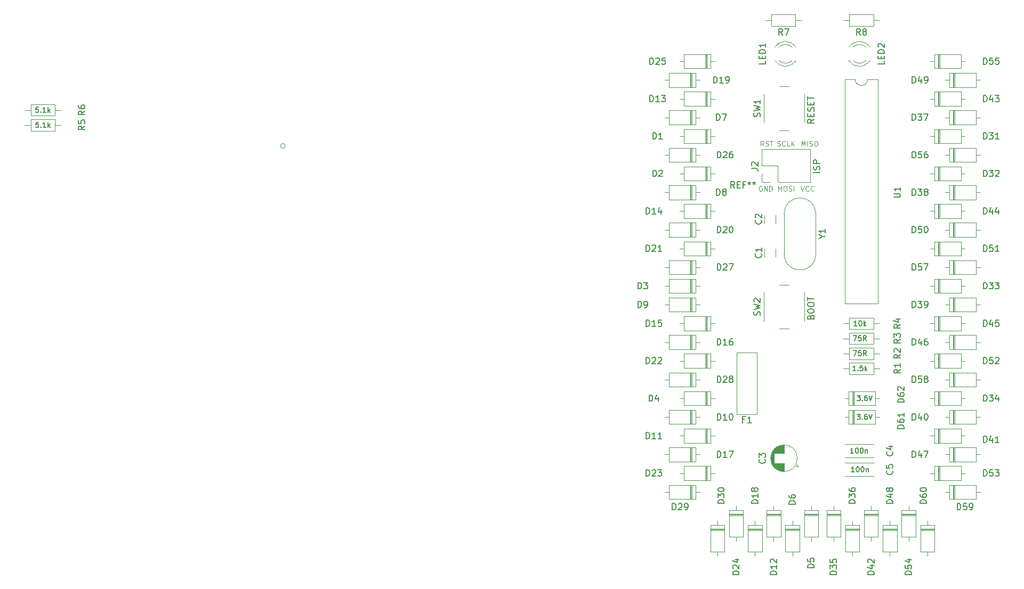
<source format=gbr>
G04 #@! TF.GenerationSoftware,KiCad,Pcbnew,(6.0.0-0)*
G04 #@! TF.CreationDate,2022-01-17T22:54:53+01:00*
G04 #@! TF.ProjectId,lumberjack,6c756d62-6572-46a6-9163-6b2e6b696361,1.6*
G04 #@! TF.SameCoordinates,Original*
G04 #@! TF.FileFunction,Legend,Top*
G04 #@! TF.FilePolarity,Positive*
%FSLAX46Y46*%
G04 Gerber Fmt 4.6, Leading zero omitted, Abs format (unit mm)*
G04 Created by KiCad (PCBNEW (6.0.0-0)) date 2022-01-17 22:54:53*
%MOMM*%
%LPD*%
G01*
G04 APERTURE LIST*
%ADD10C,0.100000*%
%ADD11C,0.150000*%
%ADD12C,0.120000*%
G04 APERTURE END LIST*
D10*
X142767487Y-84729759D02*
X142691297Y-84691663D01*
X142577011Y-84691663D01*
X142462725Y-84729759D01*
X142386535Y-84805949D01*
X142348439Y-84882139D01*
X142310344Y-85034520D01*
X142310344Y-85148806D01*
X142348439Y-85301187D01*
X142386535Y-85377378D01*
X142462725Y-85453568D01*
X142577011Y-85491663D01*
X142653201Y-85491663D01*
X142767487Y-85453568D01*
X142805582Y-85415473D01*
X142805582Y-85148806D01*
X142653201Y-85148806D01*
X143148439Y-85491663D02*
X143148439Y-84691663D01*
X143605582Y-85491663D01*
X143605582Y-84691663D01*
X143986535Y-85491663D02*
X143986535Y-84691663D01*
X144177011Y-84691663D01*
X144291297Y-84729759D01*
X144367487Y-84805949D01*
X144405582Y-84882139D01*
X144443678Y-85034520D01*
X144443678Y-85148806D01*
X144405582Y-85301187D01*
X144367487Y-85377378D01*
X144291297Y-85453568D01*
X144177011Y-85491663D01*
X143986535Y-85491663D01*
X148969440Y-84691663D02*
X149236107Y-85491663D01*
X149502773Y-84691663D01*
X150226583Y-85415473D02*
X150188488Y-85453568D01*
X150074202Y-85491663D01*
X149998011Y-85491663D01*
X149883726Y-85453568D01*
X149807535Y-85377378D01*
X149769440Y-85301187D01*
X149731345Y-85148806D01*
X149731345Y-85034520D01*
X149769440Y-84882139D01*
X149807535Y-84805949D01*
X149883726Y-84729759D01*
X149998011Y-84691663D01*
X150074202Y-84691663D01*
X150188488Y-84729759D01*
X150226583Y-84767854D01*
X151026583Y-85415473D02*
X150988488Y-85453568D01*
X150874202Y-85491663D01*
X150798011Y-85491663D01*
X150683726Y-85453568D01*
X150607535Y-85377378D01*
X150569440Y-85301187D01*
X150531345Y-85148806D01*
X150531345Y-85034520D01*
X150569440Y-84882139D01*
X150607535Y-84805949D01*
X150683726Y-84729759D01*
X150798011Y-84691663D01*
X150874202Y-84691663D01*
X150988488Y-84729759D01*
X151026583Y-84767854D01*
X145348603Y-85491663D02*
X145348603Y-84691663D01*
X145615269Y-85263092D01*
X145881936Y-84691663D01*
X145881936Y-85491663D01*
X146415269Y-84691663D02*
X146567650Y-84691663D01*
X146643841Y-84729759D01*
X146720031Y-84805949D01*
X146758126Y-84958330D01*
X146758126Y-85224997D01*
X146720031Y-85377378D01*
X146643841Y-85453568D01*
X146567650Y-85491663D01*
X146415269Y-85491663D01*
X146339079Y-85453568D01*
X146262888Y-85377378D01*
X146224793Y-85224997D01*
X146224793Y-84958330D01*
X146262888Y-84805949D01*
X146339079Y-84729759D01*
X146415269Y-84691663D01*
X147062888Y-85453568D02*
X147177174Y-85491663D01*
X147367650Y-85491663D01*
X147443841Y-85453568D01*
X147481936Y-85415473D01*
X147520031Y-85339282D01*
X147520031Y-85263092D01*
X147481936Y-85186901D01*
X147443841Y-85148806D01*
X147367650Y-85110711D01*
X147215269Y-85072616D01*
X147139079Y-85034520D01*
X147100984Y-84996425D01*
X147062888Y-84920235D01*
X147062888Y-84844044D01*
X147100984Y-84767854D01*
X147139079Y-84729759D01*
X147215269Y-84691663D01*
X147405746Y-84691663D01*
X147520031Y-84729759D01*
X147862888Y-85491663D02*
X147862888Y-84691663D01*
X145253365Y-78309812D02*
X145367650Y-78347907D01*
X145558126Y-78347907D01*
X145634317Y-78309812D01*
X145672412Y-78271717D01*
X145710507Y-78195526D01*
X145710507Y-78119336D01*
X145672412Y-78043145D01*
X145634317Y-78005050D01*
X145558126Y-77966955D01*
X145405746Y-77928860D01*
X145329555Y-77890764D01*
X145291460Y-77852669D01*
X145253365Y-77776479D01*
X145253365Y-77700288D01*
X145291460Y-77624098D01*
X145329555Y-77586003D01*
X145405746Y-77547907D01*
X145596222Y-77547907D01*
X145710507Y-77586003D01*
X146510507Y-78271717D02*
X146472412Y-78309812D01*
X146358126Y-78347907D01*
X146281936Y-78347907D01*
X146167650Y-78309812D01*
X146091460Y-78233622D01*
X146053365Y-78157431D01*
X146015269Y-78005050D01*
X146015269Y-77890764D01*
X146053365Y-77738383D01*
X146091460Y-77662193D01*
X146167650Y-77586003D01*
X146281936Y-77547907D01*
X146358126Y-77547907D01*
X146472412Y-77586003D01*
X146510507Y-77624098D01*
X147234317Y-78347907D02*
X146853365Y-78347907D01*
X146853365Y-77547907D01*
X147500984Y-78347907D02*
X147500984Y-77547907D01*
X147958126Y-78347907D02*
X147615269Y-77890764D01*
X147958126Y-77547907D02*
X147500984Y-78005050D01*
X149083726Y-78347907D02*
X149083726Y-77547907D01*
X149350392Y-78119336D01*
X149617059Y-77547907D01*
X149617059Y-78347907D01*
X149998011Y-78347907D02*
X149998011Y-77547907D01*
X150340869Y-78309812D02*
X150455154Y-78347907D01*
X150645630Y-78347907D01*
X150721821Y-78309812D01*
X150759916Y-78271717D01*
X150798011Y-78195526D01*
X150798011Y-78119336D01*
X150759916Y-78043145D01*
X150721821Y-78005050D01*
X150645630Y-77966955D01*
X150493250Y-77928860D01*
X150417059Y-77890764D01*
X150378964Y-77852669D01*
X150340869Y-77776479D01*
X150340869Y-77700288D01*
X150378964Y-77624098D01*
X150417059Y-77586003D01*
X150493250Y-77547907D01*
X150683726Y-77547907D01*
X150798011Y-77586003D01*
X151293250Y-77547907D02*
X151445630Y-77547907D01*
X151521821Y-77586003D01*
X151598011Y-77662193D01*
X151636107Y-77814574D01*
X151636107Y-78081241D01*
X151598011Y-78233622D01*
X151521821Y-78309812D01*
X151445630Y-78347907D01*
X151293250Y-78347907D01*
X151217059Y-78309812D01*
X151140869Y-78233622D01*
X151102773Y-78081241D01*
X151102773Y-77814574D01*
X151140869Y-77662193D01*
X151217059Y-77586003D01*
X151293250Y-77547907D01*
D11*
X151989467Y-82546523D02*
X150989467Y-82546523D01*
X151941848Y-82117952D02*
X151989467Y-81975094D01*
X151989467Y-81736999D01*
X151941848Y-81641761D01*
X151894229Y-81594142D01*
X151798991Y-81546523D01*
X151703753Y-81546523D01*
X151608515Y-81594142D01*
X151560896Y-81641761D01*
X151513277Y-81736999D01*
X151465658Y-81927475D01*
X151418039Y-82022713D01*
X151370420Y-82070333D01*
X151275182Y-82117952D01*
X151179944Y-82117952D01*
X151084706Y-82070333D01*
X151037087Y-82022713D01*
X150989467Y-81927475D01*
X150989467Y-81689380D01*
X151037087Y-81546523D01*
X151989467Y-81117952D02*
X150989467Y-81117952D01*
X150989467Y-80736999D01*
X151037087Y-80641761D01*
X151084706Y-80594142D01*
X151179944Y-80546523D01*
X151322801Y-80546523D01*
X151418039Y-80594142D01*
X151465658Y-80641761D01*
X151513277Y-80736999D01*
X151513277Y-81117952D01*
D10*
X143072249Y-78347907D02*
X142805582Y-77966955D01*
X142615106Y-78347907D02*
X142615106Y-77547907D01*
X142919868Y-77547907D01*
X142996059Y-77586003D01*
X143034154Y-77624098D01*
X143072249Y-77700288D01*
X143072249Y-77814574D01*
X143034154Y-77890764D01*
X142996059Y-77928860D01*
X142919868Y-77966955D01*
X142615106Y-77966955D01*
X143377011Y-78309812D02*
X143491297Y-78347907D01*
X143681773Y-78347907D01*
X143757963Y-78309812D01*
X143796059Y-78271717D01*
X143834154Y-78195526D01*
X143834154Y-78119336D01*
X143796059Y-78043145D01*
X143757963Y-78005050D01*
X143681773Y-77966955D01*
X143529392Y-77928860D01*
X143453201Y-77890764D01*
X143415106Y-77852669D01*
X143377011Y-77776479D01*
X143377011Y-77700288D01*
X143415106Y-77624098D01*
X143453201Y-77586003D01*
X143529392Y-77547907D01*
X143719868Y-77547907D01*
X143834154Y-77586003D01*
X144062725Y-77547907D02*
X144519868Y-77547907D01*
X144291297Y-78347907D02*
X144291297Y-77547907D01*
D11*
X142636949Y-95476120D02*
X142684568Y-95523739D01*
X142732187Y-95666596D01*
X142732187Y-95761834D01*
X142684568Y-95904692D01*
X142589330Y-95999930D01*
X142494092Y-96047549D01*
X142303616Y-96095168D01*
X142160759Y-96095168D01*
X141970283Y-96047549D01*
X141875045Y-95999930D01*
X141779807Y-95904692D01*
X141732187Y-95761834D01*
X141732187Y-95666596D01*
X141779807Y-95523739D01*
X141827426Y-95476120D01*
X142732187Y-94523739D02*
X142732187Y-95095168D01*
X142732187Y-94809454D02*
X141732187Y-94809454D01*
X141875045Y-94904692D01*
X141970283Y-94999930D01*
X142017902Y-95095168D01*
X142636949Y-90118303D02*
X142684568Y-90165922D01*
X142732187Y-90308779D01*
X142732187Y-90404017D01*
X142684568Y-90546875D01*
X142589330Y-90642113D01*
X142494092Y-90689732D01*
X142303616Y-90737351D01*
X142160759Y-90737351D01*
X141970283Y-90689732D01*
X141875045Y-90642113D01*
X141779807Y-90546875D01*
X141732187Y-90404017D01*
X141732187Y-90308779D01*
X141779807Y-90165922D01*
X141827426Y-90118303D01*
X141827426Y-89737351D02*
X141779807Y-89689732D01*
X141732187Y-89594494D01*
X141732187Y-89356398D01*
X141779807Y-89261160D01*
X141827426Y-89213541D01*
X141922664Y-89165922D01*
X142017902Y-89165922D01*
X142160759Y-89213541D01*
X142732187Y-89784970D01*
X142732187Y-89165922D01*
X162218768Y-64817538D02*
X162218768Y-65293729D01*
X161218768Y-65293729D01*
X161694959Y-64484205D02*
X161694959Y-64150871D01*
X162218768Y-64008014D02*
X162218768Y-64484205D01*
X161218768Y-64484205D01*
X161218768Y-64008014D01*
X162218768Y-63579443D02*
X161218768Y-63579443D01*
X161218768Y-63341348D01*
X161266388Y-63198491D01*
X161361626Y-63103252D01*
X161456864Y-63055633D01*
X161647340Y-63008014D01*
X161790197Y-63008014D01*
X161980673Y-63055633D01*
X162075911Y-63103252D01*
X162171149Y-63198491D01*
X162218768Y-63341348D01*
X162218768Y-63579443D01*
X161314007Y-62627062D02*
X161266388Y-62579443D01*
X161218768Y-62484205D01*
X161218768Y-62246110D01*
X161266388Y-62150871D01*
X161314007Y-62103252D01*
X161409245Y-62055633D01*
X161504483Y-62055633D01*
X161647340Y-62103252D01*
X162218768Y-62674681D01*
X162218768Y-62055633D01*
X163758768Y-86486976D02*
X164568292Y-86486976D01*
X164663530Y-86439357D01*
X164711149Y-86391738D01*
X164758768Y-86296500D01*
X164758768Y-86106024D01*
X164711149Y-86010786D01*
X164663530Y-85963167D01*
X164568292Y-85915548D01*
X163758768Y-85915548D01*
X164758768Y-84915548D02*
X164758768Y-85486976D01*
X164758768Y-85201262D02*
X163758768Y-85201262D01*
X163901626Y-85296500D01*
X163996864Y-85391738D01*
X164044483Y-85486976D01*
X140073221Y-121808988D02*
X139739888Y-121808988D01*
X139739888Y-122332797D02*
X139739888Y-121332797D01*
X140216078Y-121332797D01*
X141120840Y-122332797D02*
X140549412Y-122332797D01*
X140835126Y-122332797D02*
X140835126Y-121332797D01*
X140739888Y-121475655D01*
X140644650Y-121570893D01*
X140549412Y-121618512D01*
X125468260Y-83200887D02*
X125468260Y-82200887D01*
X125706356Y-82200887D01*
X125849213Y-82248507D01*
X125944451Y-82343745D01*
X125992070Y-82438983D01*
X126039689Y-82629459D01*
X126039689Y-82772316D01*
X125992070Y-82962792D01*
X125944451Y-83058030D01*
X125849213Y-83153268D01*
X125706356Y-83200887D01*
X125468260Y-83200887D01*
X126420641Y-82296126D02*
X126468260Y-82248507D01*
X126563498Y-82200887D01*
X126801594Y-82200887D01*
X126896832Y-82248507D01*
X126944451Y-82296126D01*
X126992070Y-82391364D01*
X126992070Y-82486602D01*
X126944451Y-82629459D01*
X126373022Y-83200887D01*
X126992070Y-83200887D01*
X124872947Y-118919667D02*
X124872947Y-117919667D01*
X125111043Y-117919667D01*
X125253900Y-117967287D01*
X125349138Y-118062525D01*
X125396757Y-118157763D01*
X125444376Y-118348239D01*
X125444376Y-118491096D01*
X125396757Y-118681572D01*
X125349138Y-118776810D01*
X125253900Y-118872048D01*
X125111043Y-118919667D01*
X124872947Y-118919667D01*
X126301519Y-118253001D02*
X126301519Y-118919667D01*
X126063423Y-117872048D02*
X125825328Y-118586334D01*
X126444376Y-118586334D01*
X151066569Y-145399154D02*
X150066569Y-145399154D01*
X150066569Y-145161059D01*
X150114189Y-145018201D01*
X150209427Y-144922963D01*
X150304665Y-144875344D01*
X150495141Y-144827725D01*
X150637998Y-144827725D01*
X150828474Y-144875344D01*
X150923712Y-144922963D01*
X151018950Y-145018201D01*
X151066569Y-145161059D01*
X151066569Y-145399154D01*
X150066569Y-143922963D02*
X150066569Y-144399154D01*
X150542760Y-144446773D01*
X150495141Y-144399154D01*
X150447522Y-144303916D01*
X150447522Y-144065820D01*
X150495141Y-143970582D01*
X150542760Y-143922963D01*
X150637998Y-143875344D01*
X150876093Y-143875344D01*
X150971331Y-143922963D01*
X151018950Y-143970582D01*
X151066569Y-144065820D01*
X151066569Y-144303916D01*
X151018950Y-144399154D01*
X150971331Y-144446773D01*
X148090004Y-135278833D02*
X147090004Y-135278833D01*
X147090004Y-135040738D01*
X147137624Y-134897880D01*
X147232862Y-134802642D01*
X147328100Y-134755023D01*
X147518576Y-134707404D01*
X147661433Y-134707404D01*
X147851909Y-134755023D01*
X147947147Y-134802642D01*
X148042385Y-134897880D01*
X148090004Y-135040738D01*
X148090004Y-135278833D01*
X147090004Y-133850261D02*
X147090004Y-134040738D01*
X147137624Y-134135976D01*
X147185243Y-134183595D01*
X147328100Y-134278833D01*
X147518576Y-134326452D01*
X147899528Y-134326452D01*
X147994766Y-134278833D01*
X148042385Y-134231214D01*
X148090004Y-134135976D01*
X148090004Y-133945499D01*
X148042385Y-133850261D01*
X147994766Y-133802642D01*
X147899528Y-133755023D01*
X147661433Y-133755023D01*
X147566195Y-133802642D01*
X147518576Y-133850261D01*
X147470957Y-133945499D01*
X147470957Y-134135976D01*
X147518576Y-134231214D01*
X147566195Y-134278833D01*
X147661433Y-134326452D01*
X145113439Y-146470657D02*
X144113439Y-146470657D01*
X144113439Y-146232562D01*
X144161059Y-146089705D01*
X144256297Y-145994467D01*
X144351535Y-145946848D01*
X144542011Y-145899229D01*
X144684868Y-145899229D01*
X144875344Y-145946848D01*
X144970582Y-145994467D01*
X145065820Y-146089705D01*
X145113439Y-146232562D01*
X145113439Y-146470657D01*
X145113439Y-144946848D02*
X145113439Y-145518276D01*
X145113439Y-145232562D02*
X144113439Y-145232562D01*
X144256297Y-145327800D01*
X144351535Y-145423038D01*
X144399154Y-145518276D01*
X144208678Y-144565895D02*
X144161059Y-144518276D01*
X144113439Y-144423038D01*
X144113439Y-144184943D01*
X144161059Y-144089705D01*
X144208678Y-144042086D01*
X144303916Y-143994467D01*
X144399154Y-143994467D01*
X144542011Y-144042086D01*
X145113439Y-144613514D01*
X145113439Y-143994467D01*
X139160309Y-146470657D02*
X138160309Y-146470657D01*
X138160309Y-146232562D01*
X138207929Y-146089705D01*
X138303167Y-145994467D01*
X138398405Y-145946848D01*
X138588881Y-145899229D01*
X138731738Y-145899229D01*
X138922214Y-145946848D01*
X139017452Y-145994467D01*
X139112690Y-146089705D01*
X139160309Y-146232562D01*
X139160309Y-146470657D01*
X138255548Y-145518276D02*
X138207929Y-145470657D01*
X138160309Y-145375419D01*
X138160309Y-145137324D01*
X138207929Y-145042086D01*
X138255548Y-144994467D01*
X138350786Y-144946848D01*
X138446024Y-144946848D01*
X138588881Y-144994467D01*
X139160309Y-145565895D01*
X139160309Y-144946848D01*
X138493643Y-144089705D02*
X139160309Y-144089705D01*
X138112690Y-144327800D02*
X138826976Y-144565895D01*
X138826976Y-143946848D01*
X143232262Y-128158961D02*
X143279881Y-128206580D01*
X143327500Y-128349437D01*
X143327500Y-128444675D01*
X143279881Y-128587533D01*
X143184643Y-128682771D01*
X143089405Y-128730390D01*
X142898929Y-128778009D01*
X142756072Y-128778009D01*
X142565596Y-128730390D01*
X142470358Y-128682771D01*
X142375120Y-128587533D01*
X142327500Y-128444675D01*
X142327500Y-128349437D01*
X142375120Y-128206580D01*
X142422739Y-128158961D01*
X142327500Y-127825628D02*
X142327500Y-127206580D01*
X142708453Y-127539914D01*
X142708453Y-127397056D01*
X142756072Y-127301818D01*
X142803691Y-127254199D01*
X142898929Y-127206580D01*
X143137024Y-127206580D01*
X143232262Y-127254199D01*
X143279881Y-127301818D01*
X143327500Y-127397056D01*
X143327500Y-127682771D01*
X143279881Y-127778009D01*
X143232262Y-127825628D01*
X125468260Y-77247757D02*
X125468260Y-76247757D01*
X125706356Y-76247757D01*
X125849213Y-76295377D01*
X125944451Y-76390615D01*
X125992070Y-76485853D01*
X126039689Y-76676329D01*
X126039689Y-76819186D01*
X125992070Y-77009662D01*
X125944451Y-77104900D01*
X125849213Y-77200138D01*
X125706356Y-77247757D01*
X125468260Y-77247757D01*
X126992070Y-77247757D02*
X126420641Y-77247757D01*
X126706356Y-77247757D02*
X126706356Y-76247757D01*
X126611117Y-76390615D01*
X126515879Y-76485853D01*
X126420641Y-76533472D01*
X142470507Y-105239673D02*
X142518126Y-105096816D01*
X142518126Y-104858720D01*
X142470507Y-104763482D01*
X142422888Y-104715863D01*
X142327650Y-104668244D01*
X142232412Y-104668244D01*
X142137174Y-104715863D01*
X142089555Y-104763482D01*
X142041936Y-104858720D01*
X141994317Y-105049197D01*
X141946698Y-105144435D01*
X141899079Y-105192054D01*
X141803841Y-105239673D01*
X141708603Y-105239673D01*
X141613365Y-105192054D01*
X141565746Y-105144435D01*
X141518126Y-105049197D01*
X141518126Y-104811101D01*
X141565746Y-104668244D01*
X141518126Y-104334911D02*
X142518126Y-104096816D01*
X141803841Y-103906340D01*
X142518126Y-103715863D01*
X141518126Y-103477768D01*
X141613365Y-103144435D02*
X141565746Y-103096816D01*
X141518126Y-103001578D01*
X141518126Y-102763482D01*
X141565746Y-102668244D01*
X141613365Y-102620625D01*
X141708603Y-102573006D01*
X141803841Y-102573006D01*
X141946698Y-102620625D01*
X142518126Y-103192054D01*
X142518126Y-102573006D01*
X150542760Y-105536917D02*
X150590379Y-105394060D01*
X150637998Y-105346441D01*
X150733236Y-105298822D01*
X150876093Y-105298822D01*
X150971331Y-105346441D01*
X151018950Y-105394060D01*
X151066569Y-105489298D01*
X151066569Y-105870251D01*
X150066569Y-105870251D01*
X150066569Y-105536917D01*
X150114189Y-105441679D01*
X150161808Y-105394060D01*
X150257046Y-105346441D01*
X150352284Y-105346441D01*
X150447522Y-105394060D01*
X150495141Y-105441679D01*
X150542760Y-105536917D01*
X150542760Y-105870251D01*
X150066569Y-104679775D02*
X150066569Y-104489298D01*
X150114189Y-104394060D01*
X150209427Y-104298822D01*
X150399903Y-104251203D01*
X150733236Y-104251203D01*
X150923712Y-104298822D01*
X151018950Y-104394060D01*
X151066569Y-104489298D01*
X151066569Y-104679775D01*
X151018950Y-104775013D01*
X150923712Y-104870251D01*
X150733236Y-104917870D01*
X150399903Y-104917870D01*
X150209427Y-104870251D01*
X150114189Y-104775013D01*
X150066569Y-104679775D01*
X150066569Y-103632155D02*
X150066569Y-103441679D01*
X150114189Y-103346441D01*
X150209427Y-103251203D01*
X150399903Y-103203584D01*
X150733236Y-103203584D01*
X150923712Y-103251203D01*
X151018950Y-103346441D01*
X151066569Y-103441679D01*
X151066569Y-103632155D01*
X151018950Y-103727394D01*
X150923712Y-103822632D01*
X150733236Y-103870251D01*
X150399903Y-103870251D01*
X150209427Y-103822632D01*
X150114189Y-103727394D01*
X150066569Y-103632155D01*
X150066569Y-102917870D02*
X150066569Y-102346441D01*
X151066569Y-102632155D02*
X150066569Y-102632155D01*
X166544707Y-146470657D02*
X165544707Y-146470657D01*
X165544707Y-146232562D01*
X165592327Y-146089705D01*
X165687565Y-145994467D01*
X165782803Y-145946848D01*
X165973279Y-145899229D01*
X166116136Y-145899229D01*
X166306612Y-145946848D01*
X166401850Y-145994467D01*
X166497088Y-146089705D01*
X166544707Y-146232562D01*
X166544707Y-146470657D01*
X165544707Y-144994467D02*
X165544707Y-145470657D01*
X166020898Y-145518276D01*
X165973279Y-145470657D01*
X165925660Y-145375419D01*
X165925660Y-145137324D01*
X165973279Y-145042086D01*
X166020898Y-144994467D01*
X166116136Y-144946848D01*
X166354231Y-144946848D01*
X166449469Y-144994467D01*
X166497088Y-145042086D01*
X166544707Y-145137324D01*
X166544707Y-145375419D01*
X166497088Y-145470657D01*
X166449469Y-145518276D01*
X165878041Y-144089705D02*
X166544707Y-144089705D01*
X165497088Y-144327800D02*
X166211374Y-144565895D01*
X166211374Y-143946848D01*
X143327500Y-64817538D02*
X143327500Y-65293729D01*
X142327500Y-65293729D01*
X142803691Y-64484205D02*
X142803691Y-64150871D01*
X143327500Y-64008014D02*
X143327500Y-64484205D01*
X142327500Y-64484205D01*
X142327500Y-64008014D01*
X143327500Y-63579443D02*
X142327500Y-63579443D01*
X142327500Y-63341348D01*
X142375120Y-63198491D01*
X142470358Y-63103252D01*
X142565596Y-63055633D01*
X142756072Y-63008014D01*
X142898929Y-63008014D01*
X143089405Y-63055633D01*
X143184643Y-63103252D01*
X143279881Y-63198491D01*
X143327500Y-63341348D01*
X143327500Y-63579443D01*
X143327500Y-62055633D02*
X143327500Y-62627062D01*
X143327500Y-62341348D02*
X142327500Y-62341348D01*
X142470358Y-62436586D01*
X142565596Y-62531824D01*
X142613215Y-62627062D01*
X124396757Y-130825927D02*
X124396757Y-129825927D01*
X124634852Y-129825927D01*
X124777709Y-129873547D01*
X124872947Y-129968785D01*
X124920566Y-130064023D01*
X124968185Y-130254499D01*
X124968185Y-130397356D01*
X124920566Y-130587832D01*
X124872947Y-130683070D01*
X124777709Y-130778308D01*
X124634852Y-130825927D01*
X124396757Y-130825927D01*
X125349138Y-129921166D02*
X125396757Y-129873547D01*
X125491995Y-129825927D01*
X125730090Y-129825927D01*
X125825328Y-129873547D01*
X125872947Y-129921166D01*
X125920566Y-130016404D01*
X125920566Y-130111642D01*
X125872947Y-130254499D01*
X125301519Y-130825927D01*
X125920566Y-130825927D01*
X126253900Y-129825927D02*
X126872947Y-129825927D01*
X126539614Y-130206880D01*
X126682471Y-130206880D01*
X126777709Y-130254499D01*
X126825328Y-130302118D01*
X126872947Y-130397356D01*
X126872947Y-130635451D01*
X126825328Y-130730689D01*
X126777709Y-130778308D01*
X126682471Y-130825927D01*
X126396757Y-130825927D01*
X126301519Y-130778308D01*
X126253900Y-130730689D01*
X124396757Y-124872797D02*
X124396757Y-123872797D01*
X124634852Y-123872797D01*
X124777709Y-123920417D01*
X124872947Y-124015655D01*
X124920566Y-124110893D01*
X124968185Y-124301369D01*
X124968185Y-124444226D01*
X124920566Y-124634702D01*
X124872947Y-124729940D01*
X124777709Y-124825178D01*
X124634852Y-124872797D01*
X124396757Y-124872797D01*
X125920566Y-124872797D02*
X125349138Y-124872797D01*
X125634852Y-124872797D02*
X125634852Y-123872797D01*
X125539614Y-124015655D01*
X125444376Y-124110893D01*
X125349138Y-124158512D01*
X126872947Y-124872797D02*
X126301519Y-124872797D01*
X126587233Y-124872797D02*
X126587233Y-123872797D01*
X126491995Y-124015655D01*
X126396757Y-124110893D01*
X126301519Y-124158512D01*
X135707704Y-115943102D02*
X135707704Y-114943102D01*
X135945799Y-114943102D01*
X136088656Y-114990722D01*
X136183894Y-115085960D01*
X136231513Y-115181198D01*
X136279132Y-115371674D01*
X136279132Y-115514531D01*
X136231513Y-115705007D01*
X136183894Y-115800245D01*
X136088656Y-115895483D01*
X135945799Y-115943102D01*
X135707704Y-115943102D01*
X136660085Y-115038341D02*
X136707704Y-114990722D01*
X136802942Y-114943102D01*
X137041037Y-114943102D01*
X137136275Y-114990722D01*
X137183894Y-115038341D01*
X137231513Y-115133579D01*
X137231513Y-115228817D01*
X137183894Y-115371674D01*
X136612466Y-115943102D01*
X137231513Y-115943102D01*
X137802942Y-115371674D02*
X137707704Y-115324055D01*
X137660085Y-115276436D01*
X137612466Y-115181198D01*
X137612466Y-115133579D01*
X137660085Y-115038341D01*
X137707704Y-114990722D01*
X137802942Y-114943102D01*
X137993418Y-114943102D01*
X138088656Y-114990722D01*
X138136275Y-115038341D01*
X138183894Y-115133579D01*
X138183894Y-115181198D01*
X138136275Y-115276436D01*
X138088656Y-115324055D01*
X137993418Y-115371674D01*
X137802942Y-115371674D01*
X137707704Y-115419293D01*
X137660085Y-115466912D01*
X137612466Y-115562150D01*
X137612466Y-115752626D01*
X137660085Y-115847864D01*
X137707704Y-115895483D01*
X137802942Y-115943102D01*
X137993418Y-115943102D01*
X138088656Y-115895483D01*
X138136275Y-115847864D01*
X138183894Y-115752626D01*
X138183894Y-115562150D01*
X138136275Y-115466912D01*
X138088656Y-115419293D01*
X137993418Y-115371674D01*
X124396757Y-112966537D02*
X124396757Y-111966537D01*
X124634852Y-111966537D01*
X124777709Y-112014157D01*
X124872947Y-112109395D01*
X124920566Y-112204633D01*
X124968185Y-112395109D01*
X124968185Y-112537966D01*
X124920566Y-112728442D01*
X124872947Y-112823680D01*
X124777709Y-112918918D01*
X124634852Y-112966537D01*
X124396757Y-112966537D01*
X125349138Y-112061776D02*
X125396757Y-112014157D01*
X125491995Y-111966537D01*
X125730090Y-111966537D01*
X125825328Y-112014157D01*
X125872947Y-112061776D01*
X125920566Y-112157014D01*
X125920566Y-112252252D01*
X125872947Y-112395109D01*
X125301519Y-112966537D01*
X125920566Y-112966537D01*
X126301519Y-112061776D02*
X126349138Y-112014157D01*
X126444376Y-111966537D01*
X126682471Y-111966537D01*
X126777709Y-112014157D01*
X126825328Y-112061776D01*
X126872947Y-112157014D01*
X126872947Y-112252252D01*
X126825328Y-112395109D01*
X126253900Y-112966537D01*
X126872947Y-112966537D01*
X135707704Y-109989972D02*
X135707704Y-108989972D01*
X135945799Y-108989972D01*
X136088656Y-109037592D01*
X136183894Y-109132830D01*
X136231513Y-109228068D01*
X136279132Y-109418544D01*
X136279132Y-109561401D01*
X136231513Y-109751877D01*
X136183894Y-109847115D01*
X136088656Y-109942353D01*
X135945799Y-109989972D01*
X135707704Y-109989972D01*
X137231513Y-109989972D02*
X136660085Y-109989972D01*
X136945799Y-109989972D02*
X136945799Y-108989972D01*
X136850561Y-109132830D01*
X136755323Y-109228068D01*
X136660085Y-109275687D01*
X138088656Y-108989972D02*
X137898180Y-108989972D01*
X137802942Y-109037592D01*
X137755323Y-109085211D01*
X137660085Y-109228068D01*
X137612466Y-109418544D01*
X137612466Y-109799496D01*
X137660085Y-109894734D01*
X137707704Y-109942353D01*
X137802942Y-109989972D01*
X137993418Y-109989972D01*
X138088656Y-109942353D01*
X138136275Y-109894734D01*
X138183894Y-109799496D01*
X138183894Y-109561401D01*
X138136275Y-109466163D01*
X138088656Y-109418544D01*
X137993418Y-109370925D01*
X137802942Y-109370925D01*
X137707704Y-109418544D01*
X137660085Y-109466163D01*
X137612466Y-109561401D01*
X135707704Y-121896232D02*
X135707704Y-120896232D01*
X135945799Y-120896232D01*
X136088656Y-120943852D01*
X136183894Y-121039090D01*
X136231513Y-121134328D01*
X136279132Y-121324804D01*
X136279132Y-121467661D01*
X136231513Y-121658137D01*
X136183894Y-121753375D01*
X136088656Y-121848613D01*
X135945799Y-121896232D01*
X135707704Y-121896232D01*
X137231513Y-121896232D02*
X136660085Y-121896232D01*
X136945799Y-121896232D02*
X136945799Y-120896232D01*
X136850561Y-121039090D01*
X136755323Y-121134328D01*
X136660085Y-121181947D01*
X137850561Y-120896232D02*
X137945799Y-120896232D01*
X138041037Y-120943852D01*
X138088656Y-120991471D01*
X138136275Y-121086709D01*
X138183894Y-121277185D01*
X138183894Y-121515280D01*
X138136275Y-121705756D01*
X138088656Y-121800994D01*
X138041037Y-121848613D01*
X137945799Y-121896232D01*
X137850561Y-121896232D01*
X137755323Y-121848613D01*
X137707704Y-121800994D01*
X137660085Y-121705756D01*
X137612466Y-121515280D01*
X137612466Y-121277185D01*
X137660085Y-121086709D01*
X137707704Y-120991471D01*
X137755323Y-120943852D01*
X137850561Y-120896232D01*
X135707704Y-98083712D02*
X135707704Y-97083712D01*
X135945799Y-97083712D01*
X136088656Y-97131332D01*
X136183894Y-97226570D01*
X136231513Y-97321808D01*
X136279132Y-97512284D01*
X136279132Y-97655141D01*
X136231513Y-97845617D01*
X136183894Y-97940855D01*
X136088656Y-98036093D01*
X135945799Y-98083712D01*
X135707704Y-98083712D01*
X136660085Y-97178951D02*
X136707704Y-97131332D01*
X136802942Y-97083712D01*
X137041037Y-97083712D01*
X137136275Y-97131332D01*
X137183894Y-97178951D01*
X137231513Y-97274189D01*
X137231513Y-97369427D01*
X137183894Y-97512284D01*
X136612466Y-98083712D01*
X137231513Y-98083712D01*
X137564847Y-97083712D02*
X138231513Y-97083712D01*
X137802942Y-98083712D01*
X124396757Y-95107147D02*
X124396757Y-94107147D01*
X124634852Y-94107147D01*
X124777709Y-94154767D01*
X124872947Y-94250005D01*
X124920566Y-94345243D01*
X124968185Y-94535719D01*
X124968185Y-94678576D01*
X124920566Y-94869052D01*
X124872947Y-94964290D01*
X124777709Y-95059528D01*
X124634852Y-95107147D01*
X124396757Y-95107147D01*
X125349138Y-94202386D02*
X125396757Y-94154767D01*
X125491995Y-94107147D01*
X125730090Y-94107147D01*
X125825328Y-94154767D01*
X125872947Y-94202386D01*
X125920566Y-94297624D01*
X125920566Y-94392862D01*
X125872947Y-94535719D01*
X125301519Y-95107147D01*
X125920566Y-95107147D01*
X126872947Y-95107147D02*
X126301519Y-95107147D01*
X126587233Y-95107147D02*
X126587233Y-94107147D01*
X126491995Y-94250005D01*
X126396757Y-94345243D01*
X126301519Y-94392862D01*
X123087008Y-104036842D02*
X123087008Y-103036842D01*
X123325104Y-103036842D01*
X123467961Y-103084462D01*
X123563199Y-103179700D01*
X123610818Y-103274938D01*
X123658437Y-103465414D01*
X123658437Y-103608271D01*
X123610818Y-103798747D01*
X123563199Y-103893985D01*
X123467961Y-103989223D01*
X123325104Y-104036842D01*
X123087008Y-104036842D01*
X124134627Y-104036842D02*
X124325104Y-104036842D01*
X124420342Y-103989223D01*
X124467961Y-103941604D01*
X124563199Y-103798747D01*
X124610818Y-103608271D01*
X124610818Y-103227319D01*
X124563199Y-103132081D01*
X124515580Y-103084462D01*
X124420342Y-103036842D01*
X124229865Y-103036842D01*
X124134627Y-103084462D01*
X124087008Y-103132081D01*
X124039389Y-103227319D01*
X124039389Y-103465414D01*
X124087008Y-103560652D01*
X124134627Y-103608271D01*
X124229865Y-103655890D01*
X124420342Y-103655890D01*
X124515580Y-103608271D01*
X124563199Y-103560652D01*
X124610818Y-103465414D01*
X135707704Y-92130582D02*
X135707704Y-91130582D01*
X135945799Y-91130582D01*
X136088656Y-91178202D01*
X136183894Y-91273440D01*
X136231513Y-91368678D01*
X136279132Y-91559154D01*
X136279132Y-91702011D01*
X136231513Y-91892487D01*
X136183894Y-91987725D01*
X136088656Y-92082963D01*
X135945799Y-92130582D01*
X135707704Y-92130582D01*
X136660085Y-91225821D02*
X136707704Y-91178202D01*
X136802942Y-91130582D01*
X137041037Y-91130582D01*
X137136275Y-91178202D01*
X137183894Y-91225821D01*
X137231513Y-91321059D01*
X137231513Y-91416297D01*
X137183894Y-91559154D01*
X136612466Y-92130582D01*
X137231513Y-92130582D01*
X137850561Y-91130582D02*
X137945799Y-91130582D01*
X138041037Y-91178202D01*
X138088656Y-91225821D01*
X138136275Y-91321059D01*
X138183894Y-91511535D01*
X138183894Y-91749630D01*
X138136275Y-91940106D01*
X138088656Y-92035344D01*
X138041037Y-92082963D01*
X137945799Y-92130582D01*
X137850561Y-92130582D01*
X137755323Y-92082963D01*
X137707704Y-92035344D01*
X137660085Y-91940106D01*
X137612466Y-91749630D01*
X137612466Y-91511535D01*
X137660085Y-91321059D01*
X137707704Y-91225821D01*
X137755323Y-91178202D01*
X137850561Y-91130582D01*
X124396757Y-89154017D02*
X124396757Y-88154017D01*
X124634852Y-88154017D01*
X124777709Y-88201637D01*
X124872947Y-88296875D01*
X124920566Y-88392113D01*
X124968185Y-88582589D01*
X124968185Y-88725446D01*
X124920566Y-88915922D01*
X124872947Y-89011160D01*
X124777709Y-89106398D01*
X124634852Y-89154017D01*
X124396757Y-89154017D01*
X125920566Y-89154017D02*
X125349138Y-89154017D01*
X125634852Y-89154017D02*
X125634852Y-88154017D01*
X125539614Y-88296875D01*
X125444376Y-88392113D01*
X125349138Y-88439732D01*
X126777709Y-88487351D02*
X126777709Y-89154017D01*
X126539614Y-88106398D02*
X126301519Y-88820684D01*
X126920566Y-88820684D01*
X135588581Y-86177452D02*
X135588581Y-85177452D01*
X135826677Y-85177452D01*
X135969534Y-85225072D01*
X136064772Y-85320310D01*
X136112391Y-85415548D01*
X136160010Y-85606024D01*
X136160010Y-85748881D01*
X136112391Y-85939357D01*
X136064772Y-86034595D01*
X135969534Y-86129833D01*
X135826677Y-86177452D01*
X135588581Y-86177452D01*
X136731438Y-85606024D02*
X136636200Y-85558405D01*
X136588581Y-85510786D01*
X136540962Y-85415548D01*
X136540962Y-85367929D01*
X136588581Y-85272691D01*
X136636200Y-85225072D01*
X136731438Y-85177452D01*
X136921915Y-85177452D01*
X137017153Y-85225072D01*
X137064772Y-85272691D01*
X137112391Y-85367929D01*
X137112391Y-85415548D01*
X137064772Y-85510786D01*
X137017153Y-85558405D01*
X136921915Y-85606024D01*
X136731438Y-85606024D01*
X136636200Y-85653643D01*
X136588581Y-85701262D01*
X136540962Y-85796500D01*
X136540962Y-85986976D01*
X136588581Y-86082214D01*
X136636200Y-86129833D01*
X136731438Y-86177452D01*
X136921915Y-86177452D01*
X137017153Y-86129833D01*
X137064772Y-86082214D01*
X137112391Y-85986976D01*
X137112391Y-85796500D01*
X137064772Y-85701262D01*
X137017153Y-85653643D01*
X136921915Y-85606024D01*
X177974927Y-77247757D02*
X177974927Y-76247757D01*
X178213022Y-76247757D01*
X178355879Y-76295377D01*
X178451117Y-76390615D01*
X178498736Y-76485853D01*
X178546355Y-76676329D01*
X178546355Y-76819186D01*
X178498736Y-77009662D01*
X178451117Y-77104900D01*
X178355879Y-77200138D01*
X178213022Y-77247757D01*
X177974927Y-77247757D01*
X178879689Y-76247757D02*
X179498736Y-76247757D01*
X179165403Y-76628710D01*
X179308260Y-76628710D01*
X179403498Y-76676329D01*
X179451117Y-76723948D01*
X179498736Y-76819186D01*
X179498736Y-77057281D01*
X179451117Y-77152519D01*
X179403498Y-77200138D01*
X179308260Y-77247757D01*
X179022546Y-77247757D01*
X178927308Y-77200138D01*
X178879689Y-77152519D01*
X180451117Y-77247757D02*
X179879689Y-77247757D01*
X180165403Y-77247757D02*
X180165403Y-76247757D01*
X180070165Y-76390615D01*
X179974927Y-76485853D01*
X179879689Y-76533472D01*
X135588581Y-74271192D02*
X135588581Y-73271192D01*
X135826677Y-73271192D01*
X135969534Y-73318812D01*
X136064772Y-73414050D01*
X136112391Y-73509288D01*
X136160010Y-73699764D01*
X136160010Y-73842621D01*
X136112391Y-74033097D01*
X136064772Y-74128335D01*
X135969534Y-74223573D01*
X135826677Y-74271192D01*
X135588581Y-74271192D01*
X136493343Y-73271192D02*
X137160010Y-73271192D01*
X136731438Y-74271192D01*
X166663980Y-74271192D02*
X166663980Y-73271192D01*
X166902075Y-73271192D01*
X167044932Y-73318812D01*
X167140170Y-73414050D01*
X167187789Y-73509288D01*
X167235408Y-73699764D01*
X167235408Y-73842621D01*
X167187789Y-74033097D01*
X167140170Y-74128335D01*
X167044932Y-74223573D01*
X166902075Y-74271192D01*
X166663980Y-74271192D01*
X167568742Y-73271192D02*
X168187789Y-73271192D01*
X167854456Y-73652145D01*
X167997313Y-73652145D01*
X168092551Y-73699764D01*
X168140170Y-73747383D01*
X168187789Y-73842621D01*
X168187789Y-74080716D01*
X168140170Y-74175954D01*
X168092551Y-74223573D01*
X167997313Y-74271192D01*
X167711599Y-74271192D01*
X167616361Y-74223573D01*
X167568742Y-74175954D01*
X168521123Y-73271192D02*
X169187789Y-73271192D01*
X168759218Y-74271192D01*
X135112391Y-68318062D02*
X135112391Y-67318062D01*
X135350486Y-67318062D01*
X135493343Y-67365682D01*
X135588581Y-67460920D01*
X135636200Y-67556158D01*
X135683819Y-67746634D01*
X135683819Y-67889491D01*
X135636200Y-68079967D01*
X135588581Y-68175205D01*
X135493343Y-68270443D01*
X135350486Y-68318062D01*
X135112391Y-68318062D01*
X136636200Y-68318062D02*
X136064772Y-68318062D01*
X136350486Y-68318062D02*
X136350486Y-67318062D01*
X136255248Y-67460920D01*
X136160010Y-67556158D01*
X136064772Y-67603777D01*
X137112391Y-68318062D02*
X137302867Y-68318062D01*
X137398105Y-68270443D01*
X137445724Y-68222824D01*
X137540962Y-68079967D01*
X137588581Y-67889491D01*
X137588581Y-67508539D01*
X137540962Y-67413301D01*
X137493343Y-67365682D01*
X137398105Y-67318062D01*
X137207629Y-67318062D01*
X137112391Y-67365682D01*
X137064772Y-67413301D01*
X137017153Y-67508539D01*
X137017153Y-67746634D01*
X137064772Y-67841872D01*
X137112391Y-67889491D01*
X137207629Y-67937110D01*
X137398105Y-67937110D01*
X137493343Y-67889491D01*
X137540962Y-67841872D01*
X137588581Y-67746634D01*
X163568142Y-135159710D02*
X162568142Y-135159710D01*
X162568142Y-134921615D01*
X162615762Y-134778758D01*
X162711000Y-134683520D01*
X162806238Y-134635901D01*
X162996714Y-134588282D01*
X163139571Y-134588282D01*
X163330047Y-134635901D01*
X163425285Y-134683520D01*
X163520523Y-134778758D01*
X163568142Y-134921615D01*
X163568142Y-135159710D01*
X162901476Y-133731139D02*
X163568142Y-133731139D01*
X162520523Y-133969234D02*
X163234809Y-134207329D01*
X163234809Y-133588282D01*
X162996714Y-133064472D02*
X162949095Y-133159710D01*
X162901476Y-133207329D01*
X162806238Y-133254948D01*
X162758619Y-133254948D01*
X162663381Y-133207329D01*
X162615762Y-133159710D01*
X162568142Y-133064472D01*
X162568142Y-132873996D01*
X162615762Y-132778758D01*
X162663381Y-132731139D01*
X162758619Y-132683520D01*
X162806238Y-132683520D01*
X162901476Y-132731139D01*
X162949095Y-132778758D01*
X162996714Y-132873996D01*
X162996714Y-133064472D01*
X163044333Y-133159710D01*
X163091952Y-133207329D01*
X163187190Y-133254948D01*
X163377666Y-133254948D01*
X163472904Y-133207329D01*
X163520523Y-133159710D01*
X163568142Y-133064472D01*
X163568142Y-132873996D01*
X163520523Y-132778758D01*
X163472904Y-132731139D01*
X163377666Y-132683520D01*
X163187190Y-132683520D01*
X163091952Y-132731139D01*
X163044333Y-132778758D01*
X162996714Y-132873996D01*
X142470507Y-73688084D02*
X142518126Y-73545227D01*
X142518126Y-73307131D01*
X142470507Y-73211893D01*
X142422888Y-73164274D01*
X142327650Y-73116655D01*
X142232412Y-73116655D01*
X142137174Y-73164274D01*
X142089555Y-73211893D01*
X142041936Y-73307131D01*
X141994317Y-73497608D01*
X141946698Y-73592846D01*
X141899079Y-73640465D01*
X141803841Y-73688084D01*
X141708603Y-73688084D01*
X141613365Y-73640465D01*
X141565746Y-73592846D01*
X141518126Y-73497608D01*
X141518126Y-73259512D01*
X141565746Y-73116655D01*
X141518126Y-72783322D02*
X142518126Y-72545227D01*
X141803841Y-72354751D01*
X142518126Y-72164274D01*
X141518126Y-71926179D01*
X142518126Y-71021417D02*
X142518126Y-71592846D01*
X142518126Y-71307131D02*
X141518126Y-71307131D01*
X141660984Y-71402370D01*
X141756222Y-71497608D01*
X141803841Y-71592846D01*
X151066569Y-74080566D02*
X150590379Y-74413900D01*
X151066569Y-74651995D02*
X150066569Y-74651995D01*
X150066569Y-74271043D01*
X150114189Y-74175805D01*
X150161808Y-74128186D01*
X150257046Y-74080566D01*
X150399903Y-74080566D01*
X150495141Y-74128186D01*
X150542760Y-74175805D01*
X150590379Y-74271043D01*
X150590379Y-74651995D01*
X150542760Y-73651995D02*
X150542760Y-73318662D01*
X151066569Y-73175805D02*
X151066569Y-73651995D01*
X150066569Y-73651995D01*
X150066569Y-73175805D01*
X151018950Y-72794852D02*
X151066569Y-72651995D01*
X151066569Y-72413900D01*
X151018950Y-72318662D01*
X150971331Y-72271043D01*
X150876093Y-72223424D01*
X150780855Y-72223424D01*
X150685617Y-72271043D01*
X150637998Y-72318662D01*
X150590379Y-72413900D01*
X150542760Y-72604376D01*
X150495141Y-72699614D01*
X150447522Y-72747233D01*
X150352284Y-72794852D01*
X150257046Y-72794852D01*
X150161808Y-72747233D01*
X150114189Y-72699614D01*
X150066569Y-72604376D01*
X150066569Y-72366281D01*
X150114189Y-72223424D01*
X150542760Y-71794852D02*
X150542760Y-71461519D01*
X151066569Y-71318662D02*
X151066569Y-71794852D01*
X150066569Y-71794852D01*
X150066569Y-71318662D01*
X150066569Y-71032947D02*
X150066569Y-70461519D01*
X151066569Y-70747233D02*
X150066569Y-70747233D01*
X163472904Y-126968335D02*
X163520523Y-127015954D01*
X163568142Y-127158811D01*
X163568142Y-127254049D01*
X163520523Y-127396907D01*
X163425285Y-127492145D01*
X163330047Y-127539764D01*
X163139571Y-127587383D01*
X162996714Y-127587383D01*
X162806238Y-127539764D01*
X162711000Y-127492145D01*
X162615762Y-127396907D01*
X162568142Y-127254049D01*
X162568142Y-127158811D01*
X162615762Y-127015954D01*
X162663381Y-126968335D01*
X162901476Y-126111192D02*
X163568142Y-126111192D01*
X162520523Y-126349288D02*
X163234809Y-126587383D01*
X163234809Y-125968335D01*
X157339271Y-127163573D02*
X156882129Y-127163573D01*
X157110700Y-127163573D02*
X157110700Y-126363573D01*
X157034510Y-126477859D01*
X156958319Y-126554049D01*
X156882129Y-126592145D01*
X157834510Y-126363573D02*
X157910700Y-126363573D01*
X157986890Y-126401669D01*
X158024986Y-126439764D01*
X158063081Y-126515954D01*
X158101176Y-126668335D01*
X158101176Y-126858811D01*
X158063081Y-127011192D01*
X158024986Y-127087383D01*
X157986890Y-127125478D01*
X157910700Y-127163573D01*
X157834510Y-127163573D01*
X157758319Y-127125478D01*
X157720224Y-127087383D01*
X157682129Y-127011192D01*
X157644033Y-126858811D01*
X157644033Y-126668335D01*
X157682129Y-126515954D01*
X157720224Y-126439764D01*
X157758319Y-126401669D01*
X157834510Y-126363573D01*
X158596414Y-126363573D02*
X158672605Y-126363573D01*
X158748795Y-126401669D01*
X158786890Y-126439764D01*
X158824986Y-126515954D01*
X158863081Y-126668335D01*
X158863081Y-126858811D01*
X158824986Y-127011192D01*
X158786890Y-127087383D01*
X158748795Y-127125478D01*
X158672605Y-127163573D01*
X158596414Y-127163573D01*
X158520224Y-127125478D01*
X158482129Y-127087383D01*
X158444033Y-127011192D01*
X158405938Y-126858811D01*
X158405938Y-126668335D01*
X158444033Y-126515954D01*
X158482129Y-126439764D01*
X158520224Y-126401669D01*
X158596414Y-126363573D01*
X159205938Y-126630240D02*
X159205938Y-127163573D01*
X159205938Y-126706430D02*
X159244033Y-126668335D01*
X159320224Y-126630240D01*
X159434510Y-126630240D01*
X159510700Y-126668335D01*
X159548795Y-126744526D01*
X159548795Y-127163573D01*
X136779057Y-135159710D02*
X135779057Y-135159710D01*
X135779057Y-134921615D01*
X135826677Y-134778758D01*
X135921915Y-134683520D01*
X136017153Y-134635901D01*
X136207629Y-134588282D01*
X136350486Y-134588282D01*
X136540962Y-134635901D01*
X136636200Y-134683520D01*
X136731438Y-134778758D01*
X136779057Y-134921615D01*
X136779057Y-135159710D01*
X135779057Y-134254948D02*
X135779057Y-133635901D01*
X136160010Y-133969234D01*
X136160010Y-133826377D01*
X136207629Y-133731139D01*
X136255248Y-133683520D01*
X136350486Y-133635901D01*
X136588581Y-133635901D01*
X136683819Y-133683520D01*
X136731438Y-133731139D01*
X136779057Y-133826377D01*
X136779057Y-134112091D01*
X136731438Y-134207329D01*
X136683819Y-134254948D01*
X135779057Y-133016853D02*
X135779057Y-132921615D01*
X135826677Y-132826377D01*
X135874296Y-132778758D01*
X135969534Y-132731139D01*
X136160010Y-132683520D01*
X136398105Y-132683520D01*
X136588581Y-132731139D01*
X136683819Y-132778758D01*
X136731438Y-132826377D01*
X136779057Y-132921615D01*
X136779057Y-133016853D01*
X136731438Y-133112091D01*
X136683819Y-133159710D01*
X136588581Y-133207329D01*
X136398105Y-133254948D01*
X136160010Y-133254948D01*
X135969534Y-133207329D01*
X135874296Y-133159710D01*
X135826677Y-133112091D01*
X135779057Y-133016853D01*
X166663980Y-115943102D02*
X166663980Y-114943102D01*
X166902075Y-114943102D01*
X167044932Y-114990722D01*
X167140170Y-115085960D01*
X167187789Y-115181198D01*
X167235408Y-115371674D01*
X167235408Y-115514531D01*
X167187789Y-115705007D01*
X167140170Y-115800245D01*
X167044932Y-115895483D01*
X166902075Y-115943102D01*
X166663980Y-115943102D01*
X168140170Y-114943102D02*
X167663980Y-114943102D01*
X167616361Y-115419293D01*
X167663980Y-115371674D01*
X167759218Y-115324055D01*
X167997313Y-115324055D01*
X168092551Y-115371674D01*
X168140170Y-115419293D01*
X168187789Y-115514531D01*
X168187789Y-115752626D01*
X168140170Y-115847864D01*
X168092551Y-115895483D01*
X167997313Y-115943102D01*
X167759218Y-115943102D01*
X167663980Y-115895483D01*
X167616361Y-115847864D01*
X168759218Y-115371674D02*
X168663980Y-115324055D01*
X168616361Y-115276436D01*
X168568742Y-115181198D01*
X168568742Y-115133579D01*
X168616361Y-115038341D01*
X168663980Y-114990722D01*
X168759218Y-114943102D01*
X168949694Y-114943102D01*
X169044932Y-114990722D01*
X169092551Y-115038341D01*
X169140170Y-115133579D01*
X169140170Y-115181198D01*
X169092551Y-115276436D01*
X169044932Y-115324055D01*
X168949694Y-115371674D01*
X168759218Y-115371674D01*
X168663980Y-115419293D01*
X168616361Y-115466912D01*
X168568742Y-115562150D01*
X168568742Y-115752626D01*
X168616361Y-115847864D01*
X168663980Y-115895483D01*
X168759218Y-115943102D01*
X168949694Y-115943102D01*
X169044932Y-115895483D01*
X169092551Y-115847864D01*
X169140170Y-115752626D01*
X169140170Y-115562150D01*
X169092551Y-115466912D01*
X169044932Y-115419293D01*
X168949694Y-115371674D01*
X168925959Y-135159710D02*
X167925959Y-135159710D01*
X167925959Y-134921615D01*
X167973579Y-134778758D01*
X168068817Y-134683520D01*
X168164055Y-134635901D01*
X168354531Y-134588282D01*
X168497388Y-134588282D01*
X168687864Y-134635901D01*
X168783102Y-134683520D01*
X168878340Y-134778758D01*
X168925959Y-134921615D01*
X168925959Y-135159710D01*
X167925959Y-133731139D02*
X167925959Y-133921615D01*
X167973579Y-134016853D01*
X168021198Y-134064472D01*
X168164055Y-134159710D01*
X168354531Y-134207329D01*
X168735483Y-134207329D01*
X168830721Y-134159710D01*
X168878340Y-134112091D01*
X168925959Y-134016853D01*
X168925959Y-133826377D01*
X168878340Y-133731139D01*
X168830721Y-133683520D01*
X168735483Y-133635901D01*
X168497388Y-133635901D01*
X168402150Y-133683520D01*
X168354531Y-133731139D01*
X168306912Y-133826377D01*
X168306912Y-134016853D01*
X168354531Y-134112091D01*
X168402150Y-134159710D01*
X168497388Y-134207329D01*
X167925959Y-133016853D02*
X167925959Y-132921615D01*
X167973579Y-132826377D01*
X168021198Y-132778758D01*
X168116436Y-132731139D01*
X168306912Y-132683520D01*
X168545007Y-132683520D01*
X168735483Y-132731139D01*
X168830721Y-132778758D01*
X168878340Y-132826377D01*
X168925959Y-132921615D01*
X168925959Y-133016853D01*
X168878340Y-133112091D01*
X168830721Y-133159710D01*
X168735483Y-133207329D01*
X168545007Y-133254948D01*
X168306912Y-133254948D01*
X168116436Y-133207329D01*
X168021198Y-133159710D01*
X167973579Y-133112091D01*
X167925959Y-133016853D01*
X166663980Y-80224322D02*
X166663980Y-79224322D01*
X166902075Y-79224322D01*
X167044932Y-79271942D01*
X167140170Y-79367180D01*
X167187789Y-79462418D01*
X167235408Y-79652894D01*
X167235408Y-79795751D01*
X167187789Y-79986227D01*
X167140170Y-80081465D01*
X167044932Y-80176703D01*
X166902075Y-80224322D01*
X166663980Y-80224322D01*
X168140170Y-79224322D02*
X167663980Y-79224322D01*
X167616361Y-79700513D01*
X167663980Y-79652894D01*
X167759218Y-79605275D01*
X167997313Y-79605275D01*
X168092551Y-79652894D01*
X168140170Y-79700513D01*
X168187789Y-79795751D01*
X168187789Y-80033846D01*
X168140170Y-80129084D01*
X168092551Y-80176703D01*
X167997313Y-80224322D01*
X167759218Y-80224322D01*
X167663980Y-80176703D01*
X167616361Y-80129084D01*
X169044932Y-79224322D02*
X168854456Y-79224322D01*
X168759218Y-79271942D01*
X168711599Y-79319561D01*
X168616361Y-79462418D01*
X168568742Y-79652894D01*
X168568742Y-80033846D01*
X168616361Y-80129084D01*
X168663980Y-80176703D01*
X168759218Y-80224322D01*
X168949694Y-80224322D01*
X169044932Y-80176703D01*
X169092551Y-80129084D01*
X169140170Y-80033846D01*
X169140170Y-79795751D01*
X169092551Y-79700513D01*
X169044932Y-79652894D01*
X168949694Y-79605275D01*
X168759218Y-79605275D01*
X168663980Y-79652894D01*
X168616361Y-79700513D01*
X168568742Y-79795751D01*
X177974927Y-65341497D02*
X177974927Y-64341497D01*
X178213022Y-64341497D01*
X178355879Y-64389117D01*
X178451117Y-64484355D01*
X178498736Y-64579593D01*
X178546355Y-64770069D01*
X178546355Y-64912926D01*
X178498736Y-65103402D01*
X178451117Y-65198640D01*
X178355879Y-65293878D01*
X178213022Y-65341497D01*
X177974927Y-65341497D01*
X179451117Y-64341497D02*
X178974927Y-64341497D01*
X178927308Y-64817688D01*
X178974927Y-64770069D01*
X179070165Y-64722450D01*
X179308260Y-64722450D01*
X179403498Y-64770069D01*
X179451117Y-64817688D01*
X179498736Y-64912926D01*
X179498736Y-65151021D01*
X179451117Y-65246259D01*
X179403498Y-65293878D01*
X179308260Y-65341497D01*
X179070165Y-65341497D01*
X178974927Y-65293878D01*
X178927308Y-65246259D01*
X180403498Y-64341497D02*
X179927308Y-64341497D01*
X179879689Y-64817688D01*
X179927308Y-64770069D01*
X180022546Y-64722450D01*
X180260641Y-64722450D01*
X180355879Y-64770069D01*
X180403498Y-64817688D01*
X180451117Y-64912926D01*
X180451117Y-65151021D01*
X180403498Y-65246259D01*
X180355879Y-65293878D01*
X180260641Y-65341497D01*
X180022546Y-65341497D01*
X179927308Y-65293878D01*
X179879689Y-65246259D01*
X166663980Y-68318062D02*
X166663980Y-67318062D01*
X166902075Y-67318062D01*
X167044932Y-67365682D01*
X167140170Y-67460920D01*
X167187789Y-67556158D01*
X167235408Y-67746634D01*
X167235408Y-67889491D01*
X167187789Y-68079967D01*
X167140170Y-68175205D01*
X167044932Y-68270443D01*
X166902075Y-68318062D01*
X166663980Y-68318062D01*
X168092551Y-67651396D02*
X168092551Y-68318062D01*
X167854456Y-67270443D02*
X167616361Y-67984729D01*
X168235408Y-67984729D01*
X168663980Y-68318062D02*
X168854456Y-68318062D01*
X168949694Y-68270443D01*
X168997313Y-68222824D01*
X169092551Y-68079967D01*
X169140170Y-67889491D01*
X169140170Y-67508539D01*
X169092551Y-67413301D01*
X169044932Y-67365682D01*
X168949694Y-67318062D01*
X168759218Y-67318062D01*
X168663980Y-67365682D01*
X168616361Y-67413301D01*
X168568742Y-67508539D01*
X168568742Y-67746634D01*
X168616361Y-67841872D01*
X168663980Y-67889491D01*
X168759218Y-67937110D01*
X168949694Y-67937110D01*
X169044932Y-67889491D01*
X169092551Y-67841872D01*
X169140170Y-67746634D01*
X177974927Y-83200887D02*
X177974927Y-82200887D01*
X178213022Y-82200887D01*
X178355879Y-82248507D01*
X178451117Y-82343745D01*
X178498736Y-82438983D01*
X178546355Y-82629459D01*
X178546355Y-82772316D01*
X178498736Y-82962792D01*
X178451117Y-83058030D01*
X178355879Y-83153268D01*
X178213022Y-83200887D01*
X177974927Y-83200887D01*
X178879689Y-82200887D02*
X179498736Y-82200887D01*
X179165403Y-82581840D01*
X179308260Y-82581840D01*
X179403498Y-82629459D01*
X179451117Y-82677078D01*
X179498736Y-82772316D01*
X179498736Y-83010411D01*
X179451117Y-83105649D01*
X179403498Y-83153268D01*
X179308260Y-83200887D01*
X179022546Y-83200887D01*
X178927308Y-83153268D01*
X178879689Y-83105649D01*
X179879689Y-82296126D02*
X179927308Y-82248507D01*
X180022546Y-82200887D01*
X180260641Y-82200887D01*
X180355879Y-82248507D01*
X180403498Y-82296126D01*
X180451117Y-82391364D01*
X180451117Y-82486602D01*
X180403498Y-82629459D01*
X179832070Y-83200887D01*
X180451117Y-83200887D01*
X166663980Y-98083712D02*
X166663980Y-97083712D01*
X166902075Y-97083712D01*
X167044932Y-97131332D01*
X167140170Y-97226570D01*
X167187789Y-97321808D01*
X167235408Y-97512284D01*
X167235408Y-97655141D01*
X167187789Y-97845617D01*
X167140170Y-97940855D01*
X167044932Y-98036093D01*
X166902075Y-98083712D01*
X166663980Y-98083712D01*
X168140170Y-97083712D02*
X167663980Y-97083712D01*
X167616361Y-97559903D01*
X167663980Y-97512284D01*
X167759218Y-97464665D01*
X167997313Y-97464665D01*
X168092551Y-97512284D01*
X168140170Y-97559903D01*
X168187789Y-97655141D01*
X168187789Y-97893236D01*
X168140170Y-97988474D01*
X168092551Y-98036093D01*
X167997313Y-98083712D01*
X167759218Y-98083712D01*
X167663980Y-98036093D01*
X167616361Y-97988474D01*
X168521123Y-97083712D02*
X169187789Y-97083712D01*
X168759218Y-98083712D01*
X166663980Y-92130582D02*
X166663980Y-91130582D01*
X166902075Y-91130582D01*
X167044932Y-91178202D01*
X167140170Y-91273440D01*
X167187789Y-91368678D01*
X167235408Y-91559154D01*
X167235408Y-91702011D01*
X167187789Y-91892487D01*
X167140170Y-91987725D01*
X167044932Y-92082963D01*
X166902075Y-92130582D01*
X166663980Y-92130582D01*
X168140170Y-91130582D02*
X167663980Y-91130582D01*
X167616361Y-91606773D01*
X167663980Y-91559154D01*
X167759218Y-91511535D01*
X167997313Y-91511535D01*
X168092551Y-91559154D01*
X168140170Y-91606773D01*
X168187789Y-91702011D01*
X168187789Y-91940106D01*
X168140170Y-92035344D01*
X168092551Y-92082963D01*
X167997313Y-92130582D01*
X167759218Y-92130582D01*
X167663980Y-92082963D01*
X167616361Y-92035344D01*
X168806837Y-91130582D02*
X168902075Y-91130582D01*
X168997313Y-91178202D01*
X169044932Y-91225821D01*
X169092551Y-91321059D01*
X169140170Y-91511535D01*
X169140170Y-91749630D01*
X169092551Y-91940106D01*
X169044932Y-92035344D01*
X168997313Y-92082963D01*
X168902075Y-92130582D01*
X168806837Y-92130582D01*
X168711599Y-92082963D01*
X168663980Y-92035344D01*
X168616361Y-91940106D01*
X168568742Y-91749630D01*
X168568742Y-91511535D01*
X168616361Y-91321059D01*
X168663980Y-91225821D01*
X168711599Y-91178202D01*
X168806837Y-91130582D01*
X177974927Y-95107147D02*
X177974927Y-94107147D01*
X178213022Y-94107147D01*
X178355879Y-94154767D01*
X178451117Y-94250005D01*
X178498736Y-94345243D01*
X178546355Y-94535719D01*
X178546355Y-94678576D01*
X178498736Y-94869052D01*
X178451117Y-94964290D01*
X178355879Y-95059528D01*
X178213022Y-95107147D01*
X177974927Y-95107147D01*
X179451117Y-94107147D02*
X178974927Y-94107147D01*
X178927308Y-94583338D01*
X178974927Y-94535719D01*
X179070165Y-94488100D01*
X179308260Y-94488100D01*
X179403498Y-94535719D01*
X179451117Y-94583338D01*
X179498736Y-94678576D01*
X179498736Y-94916671D01*
X179451117Y-95011909D01*
X179403498Y-95059528D01*
X179308260Y-95107147D01*
X179070165Y-95107147D01*
X178974927Y-95059528D01*
X178927308Y-95011909D01*
X180451117Y-95107147D02*
X179879689Y-95107147D01*
X180165403Y-95107147D02*
X180165403Y-94107147D01*
X180070165Y-94250005D01*
X179974927Y-94345243D01*
X179879689Y-94392862D01*
X177974927Y-107013407D02*
X177974927Y-106013407D01*
X178213022Y-106013407D01*
X178355879Y-106061027D01*
X178451117Y-106156265D01*
X178498736Y-106251503D01*
X178546355Y-106441979D01*
X178546355Y-106584836D01*
X178498736Y-106775312D01*
X178451117Y-106870550D01*
X178355879Y-106965788D01*
X178213022Y-107013407D01*
X177974927Y-107013407D01*
X179403498Y-106346741D02*
X179403498Y-107013407D01*
X179165403Y-105965788D02*
X178927308Y-106680074D01*
X179546355Y-106680074D01*
X180403498Y-106013407D02*
X179927308Y-106013407D01*
X179879689Y-106489598D01*
X179927308Y-106441979D01*
X180022546Y-106394360D01*
X180260641Y-106394360D01*
X180355879Y-106441979D01*
X180403498Y-106489598D01*
X180451117Y-106584836D01*
X180451117Y-106822931D01*
X180403498Y-106918169D01*
X180355879Y-106965788D01*
X180260641Y-107013407D01*
X180022546Y-107013407D01*
X179927308Y-106965788D01*
X179879689Y-106918169D01*
X166663980Y-104036842D02*
X166663980Y-103036842D01*
X166902075Y-103036842D01*
X167044932Y-103084462D01*
X167140170Y-103179700D01*
X167187789Y-103274938D01*
X167235408Y-103465414D01*
X167235408Y-103608271D01*
X167187789Y-103798747D01*
X167140170Y-103893985D01*
X167044932Y-103989223D01*
X166902075Y-104036842D01*
X166663980Y-104036842D01*
X167568742Y-103036842D02*
X168187789Y-103036842D01*
X167854456Y-103417795D01*
X167997313Y-103417795D01*
X168092551Y-103465414D01*
X168140170Y-103513033D01*
X168187789Y-103608271D01*
X168187789Y-103846366D01*
X168140170Y-103941604D01*
X168092551Y-103989223D01*
X167997313Y-104036842D01*
X167711599Y-104036842D01*
X167616361Y-103989223D01*
X167568742Y-103941604D01*
X168663980Y-104036842D02*
X168854456Y-104036842D01*
X168949694Y-103989223D01*
X168997313Y-103941604D01*
X169092551Y-103798747D01*
X169140170Y-103608271D01*
X169140170Y-103227319D01*
X169092551Y-103132081D01*
X169044932Y-103084462D01*
X168949694Y-103036842D01*
X168759218Y-103036842D01*
X168663980Y-103084462D01*
X168616361Y-103132081D01*
X168568742Y-103227319D01*
X168568742Y-103465414D01*
X168616361Y-103560652D01*
X168663980Y-103608271D01*
X168759218Y-103655890D01*
X168949694Y-103655890D01*
X169044932Y-103608271D01*
X169092551Y-103560652D01*
X169140170Y-103465414D01*
X177974927Y-101060277D02*
X177974927Y-100060277D01*
X178213022Y-100060277D01*
X178355879Y-100107897D01*
X178451117Y-100203135D01*
X178498736Y-100298373D01*
X178546355Y-100488849D01*
X178546355Y-100631706D01*
X178498736Y-100822182D01*
X178451117Y-100917420D01*
X178355879Y-101012658D01*
X178213022Y-101060277D01*
X177974927Y-101060277D01*
X178879689Y-100060277D02*
X179498736Y-100060277D01*
X179165403Y-100441230D01*
X179308260Y-100441230D01*
X179403498Y-100488849D01*
X179451117Y-100536468D01*
X179498736Y-100631706D01*
X179498736Y-100869801D01*
X179451117Y-100965039D01*
X179403498Y-101012658D01*
X179308260Y-101060277D01*
X179022546Y-101060277D01*
X178927308Y-101012658D01*
X178879689Y-100965039D01*
X179832070Y-100060277D02*
X180451117Y-100060277D01*
X180117784Y-100441230D01*
X180260641Y-100441230D01*
X180355879Y-100488849D01*
X180403498Y-100536468D01*
X180451117Y-100631706D01*
X180451117Y-100869801D01*
X180403498Y-100965039D01*
X180355879Y-101012658D01*
X180260641Y-101060277D01*
X179974927Y-101060277D01*
X179879689Y-101012658D01*
X179832070Y-100965039D01*
X166663980Y-86177452D02*
X166663980Y-85177452D01*
X166902075Y-85177452D01*
X167044932Y-85225072D01*
X167140170Y-85320310D01*
X167187789Y-85415548D01*
X167235408Y-85606024D01*
X167235408Y-85748881D01*
X167187789Y-85939357D01*
X167140170Y-86034595D01*
X167044932Y-86129833D01*
X166902075Y-86177452D01*
X166663980Y-86177452D01*
X167568742Y-85177452D02*
X168187789Y-85177452D01*
X167854456Y-85558405D01*
X167997313Y-85558405D01*
X168092551Y-85606024D01*
X168140170Y-85653643D01*
X168187789Y-85748881D01*
X168187789Y-85986976D01*
X168140170Y-86082214D01*
X168092551Y-86129833D01*
X167997313Y-86177452D01*
X167711599Y-86177452D01*
X167616361Y-86129833D01*
X167568742Y-86082214D01*
X168759218Y-85606024D02*
X168663980Y-85558405D01*
X168616361Y-85510786D01*
X168568742Y-85415548D01*
X168568742Y-85367929D01*
X168616361Y-85272691D01*
X168663980Y-85225072D01*
X168759218Y-85177452D01*
X168949694Y-85177452D01*
X169044932Y-85225072D01*
X169092551Y-85272691D01*
X169140170Y-85367929D01*
X169140170Y-85415548D01*
X169092551Y-85510786D01*
X169044932Y-85558405D01*
X168949694Y-85606024D01*
X168759218Y-85606024D01*
X168663980Y-85653643D01*
X168616361Y-85701262D01*
X168568742Y-85796500D01*
X168568742Y-85986976D01*
X168616361Y-86082214D01*
X168663980Y-86129833D01*
X168759218Y-86177452D01*
X168949694Y-86177452D01*
X169044932Y-86129833D01*
X169092551Y-86082214D01*
X169140170Y-85986976D01*
X169140170Y-85796500D01*
X169092551Y-85701262D01*
X169044932Y-85653643D01*
X168949694Y-85606024D01*
X177974927Y-112966537D02*
X177974927Y-111966537D01*
X178213022Y-111966537D01*
X178355879Y-112014157D01*
X178451117Y-112109395D01*
X178498736Y-112204633D01*
X178546355Y-112395109D01*
X178546355Y-112537966D01*
X178498736Y-112728442D01*
X178451117Y-112823680D01*
X178355879Y-112918918D01*
X178213022Y-112966537D01*
X177974927Y-112966537D01*
X179451117Y-111966537D02*
X178974927Y-111966537D01*
X178927308Y-112442728D01*
X178974927Y-112395109D01*
X179070165Y-112347490D01*
X179308260Y-112347490D01*
X179403498Y-112395109D01*
X179451117Y-112442728D01*
X179498736Y-112537966D01*
X179498736Y-112776061D01*
X179451117Y-112871299D01*
X179403498Y-112918918D01*
X179308260Y-112966537D01*
X179070165Y-112966537D01*
X178974927Y-112918918D01*
X178927308Y-112871299D01*
X179879689Y-112061776D02*
X179927308Y-112014157D01*
X180022546Y-111966537D01*
X180260641Y-111966537D01*
X180355879Y-112014157D01*
X180403498Y-112061776D01*
X180451117Y-112157014D01*
X180451117Y-112252252D01*
X180403498Y-112395109D01*
X179832070Y-112966537D01*
X180451117Y-112966537D01*
X166663980Y-109989972D02*
X166663980Y-108989972D01*
X166902075Y-108989972D01*
X167044932Y-109037592D01*
X167140170Y-109132830D01*
X167187789Y-109228068D01*
X167235408Y-109418544D01*
X167235408Y-109561401D01*
X167187789Y-109751877D01*
X167140170Y-109847115D01*
X167044932Y-109942353D01*
X166902075Y-109989972D01*
X166663980Y-109989972D01*
X168092551Y-109323306D02*
X168092551Y-109989972D01*
X167854456Y-108942353D02*
X167616361Y-109656639D01*
X168235408Y-109656639D01*
X169044932Y-108989972D02*
X168854456Y-108989972D01*
X168759218Y-109037592D01*
X168711599Y-109085211D01*
X168616361Y-109228068D01*
X168568742Y-109418544D01*
X168568742Y-109799496D01*
X168616361Y-109894734D01*
X168663980Y-109942353D01*
X168759218Y-109989972D01*
X168949694Y-109989972D01*
X169044932Y-109942353D01*
X169092551Y-109894734D01*
X169140170Y-109799496D01*
X169140170Y-109561401D01*
X169092551Y-109466163D01*
X169044932Y-109418544D01*
X168949694Y-109370925D01*
X168759218Y-109370925D01*
X168663980Y-109418544D01*
X168616361Y-109466163D01*
X168568742Y-109561401D01*
X177974927Y-118919667D02*
X177974927Y-117919667D01*
X178213022Y-117919667D01*
X178355879Y-117967287D01*
X178451117Y-118062525D01*
X178498736Y-118157763D01*
X178546355Y-118348239D01*
X178546355Y-118491096D01*
X178498736Y-118681572D01*
X178451117Y-118776810D01*
X178355879Y-118872048D01*
X178213022Y-118919667D01*
X177974927Y-118919667D01*
X178879689Y-117919667D02*
X179498736Y-117919667D01*
X179165403Y-118300620D01*
X179308260Y-118300620D01*
X179403498Y-118348239D01*
X179451117Y-118395858D01*
X179498736Y-118491096D01*
X179498736Y-118729191D01*
X179451117Y-118824429D01*
X179403498Y-118872048D01*
X179308260Y-118919667D01*
X179022546Y-118919667D01*
X178927308Y-118872048D01*
X178879689Y-118824429D01*
X180355879Y-118253001D02*
X180355879Y-118919667D01*
X180117784Y-117872048D02*
X179879689Y-118586334D01*
X180498736Y-118586334D01*
X177974927Y-89154017D02*
X177974927Y-88154017D01*
X178213022Y-88154017D01*
X178355879Y-88201637D01*
X178451117Y-88296875D01*
X178498736Y-88392113D01*
X178546355Y-88582589D01*
X178546355Y-88725446D01*
X178498736Y-88915922D01*
X178451117Y-89011160D01*
X178355879Y-89106398D01*
X178213022Y-89154017D01*
X177974927Y-89154017D01*
X179403498Y-88487351D02*
X179403498Y-89154017D01*
X179165403Y-88106398D02*
X178927308Y-88820684D01*
X179546355Y-88820684D01*
X180355879Y-88487351D02*
X180355879Y-89154017D01*
X180117784Y-88106398D02*
X179879689Y-88820684D01*
X180498736Y-88820684D01*
X177974927Y-71294627D02*
X177974927Y-70294627D01*
X178213022Y-70294627D01*
X178355879Y-70342247D01*
X178451117Y-70437485D01*
X178498736Y-70532723D01*
X178546355Y-70723199D01*
X178546355Y-70866056D01*
X178498736Y-71056532D01*
X178451117Y-71151770D01*
X178355879Y-71247008D01*
X178213022Y-71294627D01*
X177974927Y-71294627D01*
X179403498Y-70627961D02*
X179403498Y-71294627D01*
X179165403Y-70247008D02*
X178927308Y-70961294D01*
X179546355Y-70961294D01*
X179832070Y-70294627D02*
X180451117Y-70294627D01*
X180117784Y-70675580D01*
X180260641Y-70675580D01*
X180355879Y-70723199D01*
X180403498Y-70770818D01*
X180451117Y-70866056D01*
X180451117Y-71104151D01*
X180403498Y-71199389D01*
X180355879Y-71247008D01*
X180260641Y-71294627D01*
X179974927Y-71294627D01*
X179879689Y-71247008D01*
X179832070Y-71199389D01*
X173807736Y-136183744D02*
X173807736Y-135183744D01*
X174045831Y-135183744D01*
X174188688Y-135231364D01*
X174283926Y-135326602D01*
X174331545Y-135421840D01*
X174379164Y-135612316D01*
X174379164Y-135755173D01*
X174331545Y-135945649D01*
X174283926Y-136040887D01*
X174188688Y-136136125D01*
X174045831Y-136183744D01*
X173807736Y-136183744D01*
X175283926Y-135183744D02*
X174807736Y-135183744D01*
X174760117Y-135659935D01*
X174807736Y-135612316D01*
X174902974Y-135564697D01*
X175141069Y-135564697D01*
X175236307Y-135612316D01*
X175283926Y-135659935D01*
X175331545Y-135755173D01*
X175331545Y-135993268D01*
X175283926Y-136088506D01*
X175236307Y-136136125D01*
X175141069Y-136183744D01*
X174902974Y-136183744D01*
X174807736Y-136136125D01*
X174760117Y-136088506D01*
X175807736Y-136183744D02*
X175998212Y-136183744D01*
X176093450Y-136136125D01*
X176141069Y-136088506D01*
X176236307Y-135945649D01*
X176283926Y-135755173D01*
X176283926Y-135374221D01*
X176236307Y-135278983D01*
X176188688Y-135231364D01*
X176093450Y-135183744D01*
X175902974Y-135183744D01*
X175807736Y-135231364D01*
X175760117Y-135278983D01*
X175712498Y-135374221D01*
X175712498Y-135612316D01*
X175760117Y-135707554D01*
X175807736Y-135755173D01*
X175902974Y-135802792D01*
X176093450Y-135802792D01*
X176188688Y-135755173D01*
X176236307Y-135707554D01*
X176283926Y-135612316D01*
X177974927Y-125468110D02*
X177974927Y-124468110D01*
X178213022Y-124468110D01*
X178355879Y-124515730D01*
X178451117Y-124610968D01*
X178498736Y-124706206D01*
X178546355Y-124896682D01*
X178546355Y-125039539D01*
X178498736Y-125230015D01*
X178451117Y-125325253D01*
X178355879Y-125420491D01*
X178213022Y-125468110D01*
X177974927Y-125468110D01*
X179403498Y-124801444D02*
X179403498Y-125468110D01*
X179165403Y-124420491D02*
X178927308Y-125134777D01*
X179546355Y-125134777D01*
X180451117Y-125468110D02*
X179879689Y-125468110D01*
X180165403Y-125468110D02*
X180165403Y-124468110D01*
X180070165Y-124610968D01*
X179974927Y-124706206D01*
X179879689Y-124753825D01*
X154638447Y-146470657D02*
X153638447Y-146470657D01*
X153638447Y-146232562D01*
X153686067Y-146089705D01*
X153781305Y-145994467D01*
X153876543Y-145946848D01*
X154067019Y-145899229D01*
X154209876Y-145899229D01*
X154400352Y-145946848D01*
X154495590Y-145994467D01*
X154590828Y-146089705D01*
X154638447Y-146232562D01*
X154638447Y-146470657D01*
X153638447Y-145565895D02*
X153638447Y-144946848D01*
X154019400Y-145280181D01*
X154019400Y-145137324D01*
X154067019Y-145042086D01*
X154114638Y-144994467D01*
X154209876Y-144946848D01*
X154447971Y-144946848D01*
X154543209Y-144994467D01*
X154590828Y-145042086D01*
X154638447Y-145137324D01*
X154638447Y-145423038D01*
X154590828Y-145518276D01*
X154543209Y-145565895D01*
X153638447Y-144042086D02*
X153638447Y-144518276D01*
X154114638Y-144565895D01*
X154067019Y-144518276D01*
X154019400Y-144423038D01*
X154019400Y-144184943D01*
X154067019Y-144089705D01*
X154114638Y-144042086D01*
X154209876Y-143994467D01*
X154447971Y-143994467D01*
X154543209Y-144042086D01*
X154590828Y-144089705D01*
X154638447Y-144184943D01*
X154638447Y-144423038D01*
X154590828Y-144518276D01*
X154543209Y-144565895D01*
X166663980Y-121896232D02*
X166663980Y-120896232D01*
X166902075Y-120896232D01*
X167044932Y-120943852D01*
X167140170Y-121039090D01*
X167187789Y-121134328D01*
X167235408Y-121324804D01*
X167235408Y-121467661D01*
X167187789Y-121658137D01*
X167140170Y-121753375D01*
X167044932Y-121848613D01*
X166902075Y-121896232D01*
X166663980Y-121896232D01*
X168092551Y-121229566D02*
X168092551Y-121896232D01*
X167854456Y-120848613D02*
X167616361Y-121562899D01*
X168235408Y-121562899D01*
X168806837Y-120896232D02*
X168902075Y-120896232D01*
X168997313Y-120943852D01*
X169044932Y-120991471D01*
X169092551Y-121086709D01*
X169140170Y-121277185D01*
X169140170Y-121515280D01*
X169092551Y-121705756D01*
X169044932Y-121800994D01*
X168997313Y-121848613D01*
X168902075Y-121896232D01*
X168806837Y-121896232D01*
X168711599Y-121848613D01*
X168663980Y-121800994D01*
X168616361Y-121705756D01*
X168568742Y-121515280D01*
X168568742Y-121277185D01*
X168616361Y-121086709D01*
X168663980Y-120991471D01*
X168711599Y-120943852D01*
X168806837Y-120896232D01*
X166663980Y-127849362D02*
X166663980Y-126849362D01*
X166902075Y-126849362D01*
X167044932Y-126896982D01*
X167140170Y-126992220D01*
X167187789Y-127087458D01*
X167235408Y-127277934D01*
X167235408Y-127420791D01*
X167187789Y-127611267D01*
X167140170Y-127706505D01*
X167044932Y-127801743D01*
X166902075Y-127849362D01*
X166663980Y-127849362D01*
X168092551Y-127182696D02*
X168092551Y-127849362D01*
X167854456Y-126801743D02*
X167616361Y-127516029D01*
X168235408Y-127516029D01*
X168521123Y-126849362D02*
X169187789Y-126849362D01*
X168759218Y-127849362D01*
X177974927Y-130825927D02*
X177974927Y-129825927D01*
X178213022Y-129825927D01*
X178355879Y-129873547D01*
X178451117Y-129968785D01*
X178498736Y-130064023D01*
X178546355Y-130254499D01*
X178546355Y-130397356D01*
X178498736Y-130587832D01*
X178451117Y-130683070D01*
X178355879Y-130778308D01*
X178213022Y-130825927D01*
X177974927Y-130825927D01*
X179451117Y-129825927D02*
X178974927Y-129825927D01*
X178927308Y-130302118D01*
X178974927Y-130254499D01*
X179070165Y-130206880D01*
X179308260Y-130206880D01*
X179403498Y-130254499D01*
X179451117Y-130302118D01*
X179498736Y-130397356D01*
X179498736Y-130635451D01*
X179451117Y-130730689D01*
X179403498Y-130778308D01*
X179308260Y-130825927D01*
X179070165Y-130825927D01*
X178974927Y-130778308D01*
X178927308Y-130730689D01*
X179832070Y-129825927D02*
X180451117Y-129825927D01*
X180117784Y-130206880D01*
X180260641Y-130206880D01*
X180355879Y-130254499D01*
X180403498Y-130302118D01*
X180451117Y-130397356D01*
X180451117Y-130635451D01*
X180403498Y-130730689D01*
X180355879Y-130778308D01*
X180260641Y-130825927D01*
X179974927Y-130825927D01*
X179879689Y-130778308D01*
X179832070Y-130730689D01*
X157615012Y-135159710D02*
X156615012Y-135159710D01*
X156615012Y-134921615D01*
X156662632Y-134778758D01*
X156757870Y-134683520D01*
X156853108Y-134635901D01*
X157043584Y-134588282D01*
X157186441Y-134588282D01*
X157376917Y-134635901D01*
X157472155Y-134683520D01*
X157567393Y-134778758D01*
X157615012Y-134921615D01*
X157615012Y-135159710D01*
X156615012Y-134254948D02*
X156615012Y-133635901D01*
X156995965Y-133969234D01*
X156995965Y-133826377D01*
X157043584Y-133731139D01*
X157091203Y-133683520D01*
X157186441Y-133635901D01*
X157424536Y-133635901D01*
X157519774Y-133683520D01*
X157567393Y-133731139D01*
X157615012Y-133826377D01*
X157615012Y-134112091D01*
X157567393Y-134207329D01*
X157519774Y-134254948D01*
X156615012Y-132778758D02*
X156615012Y-132969234D01*
X156662632Y-133064472D01*
X156710251Y-133112091D01*
X156853108Y-133207329D01*
X157043584Y-133254948D01*
X157424536Y-133254948D01*
X157519774Y-133207329D01*
X157567393Y-133159710D01*
X157615012Y-133064472D01*
X157615012Y-132873996D01*
X157567393Y-132778758D01*
X157519774Y-132731139D01*
X157424536Y-132683520D01*
X157186441Y-132683520D01*
X157091203Y-132731139D01*
X157043584Y-132778758D01*
X156995965Y-132873996D01*
X156995965Y-133064472D01*
X157043584Y-133159710D01*
X157091203Y-133207329D01*
X157186441Y-133254948D01*
X163472904Y-129944900D02*
X163520523Y-129992519D01*
X163568142Y-130135376D01*
X163568142Y-130230614D01*
X163520523Y-130373472D01*
X163425285Y-130468710D01*
X163330047Y-130516329D01*
X163139571Y-130563948D01*
X162996714Y-130563948D01*
X162806238Y-130516329D01*
X162711000Y-130468710D01*
X162615762Y-130373472D01*
X162568142Y-130230614D01*
X162568142Y-130135376D01*
X162615762Y-129992519D01*
X162663381Y-129944900D01*
X162568142Y-129040138D02*
X162568142Y-129516329D01*
X163044333Y-129563948D01*
X162996714Y-129516329D01*
X162949095Y-129421091D01*
X162949095Y-129182995D01*
X162996714Y-129087757D01*
X163044333Y-129040138D01*
X163139571Y-128992519D01*
X163377666Y-128992519D01*
X163472904Y-129040138D01*
X163520523Y-129087757D01*
X163568142Y-129182995D01*
X163568142Y-129421091D01*
X163520523Y-129516329D01*
X163472904Y-129563948D01*
X157458019Y-130140138D02*
X157000877Y-130140138D01*
X157229448Y-130140138D02*
X157229448Y-129340138D01*
X157153258Y-129454424D01*
X157077067Y-129530614D01*
X157000877Y-129568710D01*
X157953258Y-129340138D02*
X158029448Y-129340138D01*
X158105638Y-129378234D01*
X158143734Y-129416329D01*
X158181829Y-129492519D01*
X158219924Y-129644900D01*
X158219924Y-129835376D01*
X158181829Y-129987757D01*
X158143734Y-130063948D01*
X158105638Y-130102043D01*
X158029448Y-130140138D01*
X157953258Y-130140138D01*
X157877067Y-130102043D01*
X157838972Y-130063948D01*
X157800877Y-129987757D01*
X157762781Y-129835376D01*
X157762781Y-129644900D01*
X157800877Y-129492519D01*
X157838972Y-129416329D01*
X157877067Y-129378234D01*
X157953258Y-129340138D01*
X158715162Y-129340138D02*
X158791353Y-129340138D01*
X158867543Y-129378234D01*
X158905638Y-129416329D01*
X158943734Y-129492519D01*
X158981829Y-129644900D01*
X158981829Y-129835376D01*
X158943734Y-129987757D01*
X158905638Y-130063948D01*
X158867543Y-130102043D01*
X158791353Y-130140138D01*
X158715162Y-130140138D01*
X158638972Y-130102043D01*
X158600877Y-130063948D01*
X158562781Y-129987757D01*
X158524686Y-129835376D01*
X158524686Y-129644900D01*
X158562781Y-129492519D01*
X158600877Y-129416329D01*
X158638972Y-129378234D01*
X158715162Y-129340138D01*
X159324686Y-129606805D02*
X159324686Y-130140138D01*
X159324686Y-129682995D02*
X159362781Y-129644900D01*
X159438972Y-129606805D01*
X159553258Y-129606805D01*
X159629448Y-129644900D01*
X159667543Y-129721091D01*
X159667543Y-130140138D01*
X141136874Y-81903333D02*
X141851160Y-81903333D01*
X141994017Y-81950952D01*
X142089255Y-82046190D01*
X142136874Y-82189047D01*
X142136874Y-82284285D01*
X141232113Y-81474761D02*
X141184494Y-81427142D01*
X141136874Y-81331904D01*
X141136874Y-81093809D01*
X141184494Y-80998571D01*
X141232113Y-80950952D01*
X141327351Y-80903333D01*
X141422589Y-80903333D01*
X141565446Y-80950952D01*
X142136874Y-81522380D01*
X142136874Y-80903333D01*
X160591577Y-146470657D02*
X159591577Y-146470657D01*
X159591577Y-146232562D01*
X159639197Y-146089705D01*
X159734435Y-145994467D01*
X159829673Y-145946848D01*
X160020149Y-145899229D01*
X160163006Y-145899229D01*
X160353482Y-145946848D01*
X160448720Y-145994467D01*
X160543958Y-146089705D01*
X160591577Y-146232562D01*
X160591577Y-146470657D01*
X159924911Y-145042086D02*
X160591577Y-145042086D01*
X159543958Y-145280181D02*
X160258244Y-145518276D01*
X160258244Y-144899229D01*
X159686816Y-144565895D02*
X159639197Y-144518276D01*
X159591577Y-144423038D01*
X159591577Y-144184943D01*
X159639197Y-144089705D01*
X159686816Y-144042086D01*
X159782054Y-143994467D01*
X159877292Y-143994467D01*
X160020149Y-144042086D01*
X160591577Y-144613514D01*
X160591577Y-143994467D01*
X128563948Y-136183744D02*
X128563948Y-135183744D01*
X128802043Y-135183744D01*
X128944900Y-135231364D01*
X129040138Y-135326602D01*
X129087757Y-135421840D01*
X129135376Y-135612316D01*
X129135376Y-135755173D01*
X129087757Y-135945649D01*
X129040138Y-136040887D01*
X128944900Y-136136125D01*
X128802043Y-136183744D01*
X128563948Y-136183744D01*
X129516329Y-135278983D02*
X129563948Y-135231364D01*
X129659186Y-135183744D01*
X129897281Y-135183744D01*
X129992519Y-135231364D01*
X130040138Y-135278983D01*
X130087757Y-135374221D01*
X130087757Y-135469459D01*
X130040138Y-135612316D01*
X129468710Y-136183744D01*
X130087757Y-136183744D01*
X130563948Y-136183744D02*
X130754424Y-136183744D01*
X130849662Y-136136125D01*
X130897281Y-136088506D01*
X130992519Y-135945649D01*
X131040138Y-135755173D01*
X131040138Y-135374221D01*
X130992519Y-135278983D01*
X130944900Y-135231364D01*
X130849662Y-135183744D01*
X130659186Y-135183744D01*
X130563948Y-135231364D01*
X130516329Y-135278983D01*
X130468710Y-135374221D01*
X130468710Y-135612316D01*
X130516329Y-135707554D01*
X130563948Y-135755173D01*
X130659186Y-135802792D01*
X130849662Y-135802792D01*
X130944900Y-135755173D01*
X130992519Y-135707554D01*
X131040138Y-135612316D01*
X124396757Y-107013407D02*
X124396757Y-106013407D01*
X124634852Y-106013407D01*
X124777709Y-106061027D01*
X124872947Y-106156265D01*
X124920566Y-106251503D01*
X124968185Y-106441979D01*
X124968185Y-106584836D01*
X124920566Y-106775312D01*
X124872947Y-106870550D01*
X124777709Y-106965788D01*
X124634852Y-107013407D01*
X124396757Y-107013407D01*
X125920566Y-107013407D02*
X125349138Y-107013407D01*
X125634852Y-107013407D02*
X125634852Y-106013407D01*
X125539614Y-106156265D01*
X125444376Y-106251503D01*
X125349138Y-106299122D01*
X126825328Y-106013407D02*
X126349138Y-106013407D01*
X126301519Y-106489598D01*
X126349138Y-106441979D01*
X126444376Y-106394360D01*
X126682471Y-106394360D01*
X126777709Y-106441979D01*
X126825328Y-106489598D01*
X126872947Y-106584836D01*
X126872947Y-106822931D01*
X126825328Y-106918169D01*
X126777709Y-106965788D01*
X126682471Y-107013407D01*
X126444376Y-107013407D01*
X126349138Y-106965788D01*
X126301519Y-106918169D01*
X123087008Y-101060277D02*
X123087008Y-100060277D01*
X123325104Y-100060277D01*
X123467961Y-100107897D01*
X123563199Y-100203135D01*
X123610818Y-100298373D01*
X123658437Y-100488849D01*
X123658437Y-100631706D01*
X123610818Y-100822182D01*
X123563199Y-100917420D01*
X123467961Y-101012658D01*
X123325104Y-101060277D01*
X123087008Y-101060277D01*
X123991770Y-100060277D02*
X124610818Y-100060277D01*
X124277484Y-100441230D01*
X124420342Y-100441230D01*
X124515580Y-100488849D01*
X124563199Y-100536468D01*
X124610818Y-100631706D01*
X124610818Y-100869801D01*
X124563199Y-100965039D01*
X124515580Y-101012658D01*
X124420342Y-101060277D01*
X124134627Y-101060277D01*
X124039389Y-101012658D01*
X123991770Y-100965039D01*
X135707704Y-80224322D02*
X135707704Y-79224322D01*
X135945799Y-79224322D01*
X136088656Y-79271942D01*
X136183894Y-79367180D01*
X136231513Y-79462418D01*
X136279132Y-79652894D01*
X136279132Y-79795751D01*
X136231513Y-79986227D01*
X136183894Y-80081465D01*
X136088656Y-80176703D01*
X135945799Y-80224322D01*
X135707704Y-80224322D01*
X136660085Y-79319561D02*
X136707704Y-79271942D01*
X136802942Y-79224322D01*
X137041037Y-79224322D01*
X137136275Y-79271942D01*
X137183894Y-79319561D01*
X137231513Y-79414799D01*
X137231513Y-79510037D01*
X137183894Y-79652894D01*
X136612466Y-80224322D01*
X137231513Y-80224322D01*
X138088656Y-79224322D02*
X137898180Y-79224322D01*
X137802942Y-79271942D01*
X137755323Y-79319561D01*
X137660085Y-79462418D01*
X137612466Y-79652894D01*
X137612466Y-80033846D01*
X137660085Y-80129084D01*
X137707704Y-80176703D01*
X137802942Y-80224322D01*
X137993418Y-80224322D01*
X138088656Y-80176703D01*
X138136275Y-80129084D01*
X138183894Y-80033846D01*
X138183894Y-79795751D01*
X138136275Y-79700513D01*
X138088656Y-79652894D01*
X137993418Y-79605275D01*
X137802942Y-79605275D01*
X137707704Y-79652894D01*
X137660085Y-79700513D01*
X137612466Y-79795751D01*
X164758768Y-106727693D02*
X164282578Y-107061027D01*
X164758768Y-107299122D02*
X163758768Y-107299122D01*
X163758768Y-106918169D01*
X163806388Y-106822931D01*
X163854007Y-106775312D01*
X163949245Y-106727693D01*
X164092102Y-106727693D01*
X164187340Y-106775312D01*
X164234959Y-106822931D01*
X164282578Y-106918169D01*
X164282578Y-107299122D01*
X164092102Y-105870550D02*
X164758768Y-105870550D01*
X163711149Y-106108646D02*
X164425435Y-106346741D01*
X164425435Y-105727693D01*
X157877067Y-106922931D02*
X157419924Y-106922931D01*
X157648496Y-106922931D02*
X157648496Y-106122931D01*
X157572305Y-106237217D01*
X157496115Y-106313407D01*
X157419924Y-106351503D01*
X158372305Y-106122931D02*
X158448496Y-106122931D01*
X158524686Y-106161027D01*
X158562781Y-106199122D01*
X158600877Y-106275312D01*
X158638972Y-106427693D01*
X158638972Y-106618169D01*
X158600877Y-106770550D01*
X158562781Y-106846741D01*
X158524686Y-106884836D01*
X158448496Y-106922931D01*
X158372305Y-106922931D01*
X158296115Y-106884836D01*
X158258019Y-106846741D01*
X158219924Y-106770550D01*
X158181829Y-106618169D01*
X158181829Y-106427693D01*
X158219924Y-106275312D01*
X158258019Y-106199122D01*
X158296115Y-106161027D01*
X158372305Y-106122931D01*
X158981829Y-106922931D02*
X158981829Y-106122931D01*
X159058019Y-106618169D02*
X159286591Y-106922931D01*
X159286591Y-106389598D02*
X158981829Y-106694360D01*
X152376318Y-92749705D02*
X152852508Y-92749705D01*
X151852508Y-93083038D02*
X152376318Y-92749705D01*
X151852508Y-92416372D01*
X152852508Y-91559229D02*
X152852508Y-92130657D01*
X152852508Y-91844943D02*
X151852508Y-91844943D01*
X151995366Y-91940181D01*
X152090604Y-92035419D01*
X152138223Y-92130657D01*
X135707704Y-127849362D02*
X135707704Y-126849362D01*
X135945799Y-126849362D01*
X136088656Y-126896982D01*
X136183894Y-126992220D01*
X136231513Y-127087458D01*
X136279132Y-127277934D01*
X136279132Y-127420791D01*
X136231513Y-127611267D01*
X136183894Y-127706505D01*
X136088656Y-127801743D01*
X135945799Y-127849362D01*
X135707704Y-127849362D01*
X137231513Y-127849362D02*
X136660085Y-127849362D01*
X136945799Y-127849362D02*
X136945799Y-126849362D01*
X136850561Y-126992220D01*
X136755323Y-127087458D01*
X136660085Y-127135077D01*
X137564847Y-126849362D02*
X138231513Y-126849362D01*
X137802942Y-127849362D01*
X164758768Y-113871449D02*
X164282578Y-114204783D01*
X164758768Y-114442878D02*
X163758768Y-114442878D01*
X163758768Y-114061925D01*
X163806388Y-113966687D01*
X163854007Y-113919068D01*
X163949245Y-113871449D01*
X164092102Y-113871449D01*
X164187340Y-113919068D01*
X164234959Y-113966687D01*
X164282578Y-114061925D01*
X164282578Y-114442878D01*
X164758768Y-112919068D02*
X164758768Y-113490497D01*
X164758768Y-113204783D02*
X163758768Y-113204783D01*
X163901626Y-113300021D01*
X163996864Y-113395259D01*
X164044483Y-113490497D01*
X157686591Y-114066687D02*
X157229448Y-114066687D01*
X157458019Y-114066687D02*
X157458019Y-113266687D01*
X157381829Y-113380973D01*
X157305638Y-113457163D01*
X157229448Y-113495259D01*
X158029448Y-113990497D02*
X158067543Y-114028592D01*
X158029448Y-114066687D01*
X157991353Y-114028592D01*
X158029448Y-113990497D01*
X158029448Y-114066687D01*
X158791353Y-113266687D02*
X158410400Y-113266687D01*
X158372305Y-113647640D01*
X158410400Y-113609544D01*
X158486591Y-113571449D01*
X158677067Y-113571449D01*
X158753258Y-113609544D01*
X158791353Y-113647640D01*
X158829448Y-113723830D01*
X158829448Y-113914306D01*
X158791353Y-113990497D01*
X158753258Y-114028592D01*
X158677067Y-114066687D01*
X158486591Y-114066687D01*
X158410400Y-114028592D01*
X158372305Y-113990497D01*
X159172305Y-114066687D02*
X159172305Y-113266687D01*
X159248496Y-113761925D02*
X159477067Y-114066687D01*
X159477067Y-113533354D02*
X159172305Y-113838116D01*
X146042209Y-60713054D02*
X145708876Y-60236864D01*
X145470780Y-60713054D02*
X145470780Y-59713054D01*
X145851733Y-59713054D01*
X145946971Y-59760674D01*
X145994590Y-59808293D01*
X146042209Y-59903531D01*
X146042209Y-60046388D01*
X145994590Y-60141626D01*
X145946971Y-60189245D01*
X145851733Y-60236864D01*
X145470780Y-60236864D01*
X146375542Y-59713054D02*
X147042209Y-59713054D01*
X146613637Y-60713054D01*
X158424713Y-60713054D02*
X158091380Y-60236864D01*
X157853284Y-60713054D02*
X157853284Y-59713054D01*
X158234237Y-59713054D01*
X158329475Y-59760674D01*
X158377094Y-59808293D01*
X158424713Y-59903531D01*
X158424713Y-60046388D01*
X158377094Y-60141626D01*
X158329475Y-60189245D01*
X158234237Y-60236864D01*
X157853284Y-60236864D01*
X158996141Y-60141626D02*
X158900903Y-60094007D01*
X158853284Y-60046388D01*
X158805665Y-59951150D01*
X158805665Y-59903531D01*
X158853284Y-59808293D01*
X158900903Y-59760674D01*
X158996141Y-59713054D01*
X159186618Y-59713054D01*
X159281856Y-59760674D01*
X159329475Y-59808293D01*
X159377094Y-59903531D01*
X159377094Y-59951150D01*
X159329475Y-60046388D01*
X159281856Y-60094007D01*
X159186618Y-60141626D01*
X158996141Y-60141626D01*
X158900903Y-60189245D01*
X158853284Y-60236864D01*
X158805665Y-60332102D01*
X158805665Y-60522578D01*
X158853284Y-60617816D01*
X158900903Y-60665435D01*
X158996141Y-60713054D01*
X159186618Y-60713054D01*
X159281856Y-60665435D01*
X159329475Y-60617816D01*
X159377094Y-60522578D01*
X159377094Y-60332102D01*
X159329475Y-60236864D01*
X159281856Y-60189245D01*
X159186618Y-60141626D01*
X164758768Y-111490197D02*
X164282578Y-111823531D01*
X164758768Y-112061626D02*
X163758768Y-112061626D01*
X163758768Y-111680673D01*
X163806388Y-111585435D01*
X163854007Y-111537816D01*
X163949245Y-111490197D01*
X164092102Y-111490197D01*
X164187340Y-111537816D01*
X164234959Y-111585435D01*
X164282578Y-111680673D01*
X164282578Y-112061626D01*
X163854007Y-111109245D02*
X163806388Y-111061626D01*
X163758768Y-110966388D01*
X163758768Y-110728292D01*
X163806388Y-110633054D01*
X163854007Y-110585435D01*
X163949245Y-110537816D01*
X164044483Y-110537816D01*
X164187340Y-110585435D01*
X164758768Y-111156864D01*
X164758768Y-110537816D01*
X157305638Y-110885435D02*
X157838972Y-110885435D01*
X157496115Y-111685435D01*
X158524686Y-110885435D02*
X158143734Y-110885435D01*
X158105638Y-111266388D01*
X158143734Y-111228292D01*
X158219924Y-111190197D01*
X158410400Y-111190197D01*
X158486591Y-111228292D01*
X158524686Y-111266388D01*
X158562781Y-111342578D01*
X158562781Y-111533054D01*
X158524686Y-111609245D01*
X158486591Y-111647340D01*
X158410400Y-111685435D01*
X158219924Y-111685435D01*
X158143734Y-111647340D01*
X158105638Y-111609245D01*
X159362781Y-111685435D02*
X159096115Y-111304483D01*
X158905638Y-111685435D02*
X158905638Y-110885435D01*
X159210400Y-110885435D01*
X159286591Y-110923531D01*
X159324686Y-110961626D01*
X159362781Y-111037816D01*
X159362781Y-111152102D01*
X159324686Y-111228292D01*
X159286591Y-111266388D01*
X159210400Y-111304483D01*
X158905638Y-111304483D01*
X165342715Y-123253450D02*
X164342715Y-123253450D01*
X164342715Y-123015355D01*
X164390335Y-122872498D01*
X164485573Y-122777260D01*
X164580811Y-122729641D01*
X164771287Y-122682022D01*
X164914144Y-122682022D01*
X165104620Y-122729641D01*
X165199858Y-122777260D01*
X165295096Y-122872498D01*
X165342715Y-123015355D01*
X165342715Y-123253450D01*
X164342715Y-121824879D02*
X164342715Y-122015355D01*
X164390335Y-122110593D01*
X164437954Y-122158212D01*
X164580811Y-122253450D01*
X164771287Y-122301069D01*
X165152239Y-122301069D01*
X165247477Y-122253450D01*
X165295096Y-122205831D01*
X165342715Y-122110593D01*
X165342715Y-121920117D01*
X165295096Y-121824879D01*
X165247477Y-121777260D01*
X165152239Y-121729641D01*
X164914144Y-121729641D01*
X164818906Y-121777260D01*
X164771287Y-121824879D01*
X164723668Y-121920117D01*
X164723668Y-122110593D01*
X164771287Y-122205831D01*
X164818906Y-122253450D01*
X164914144Y-122301069D01*
X165342715Y-120777260D02*
X165342715Y-121348688D01*
X165342715Y-121062974D02*
X164342715Y-121062974D01*
X164485573Y-121158212D01*
X164580811Y-121253450D01*
X164628430Y-121348688D01*
X157886687Y-121005756D02*
X158381925Y-121005756D01*
X158115259Y-121310518D01*
X158229544Y-121310518D01*
X158305735Y-121348613D01*
X158343830Y-121386709D01*
X158381925Y-121462899D01*
X158381925Y-121653375D01*
X158343830Y-121729566D01*
X158305735Y-121767661D01*
X158229544Y-121805756D01*
X158000973Y-121805756D01*
X157924782Y-121767661D01*
X157886687Y-121729566D01*
X158724782Y-121729566D02*
X158762878Y-121767661D01*
X158724782Y-121805756D01*
X158686687Y-121767661D01*
X158724782Y-121729566D01*
X158724782Y-121805756D01*
X159448592Y-121005756D02*
X159296211Y-121005756D01*
X159220020Y-121043852D01*
X159181925Y-121081947D01*
X159105735Y-121196232D01*
X159067640Y-121348613D01*
X159067640Y-121653375D01*
X159105735Y-121729566D01*
X159143830Y-121767661D01*
X159220020Y-121805756D01*
X159372401Y-121805756D01*
X159448592Y-121767661D01*
X159486687Y-121729566D01*
X159524782Y-121653375D01*
X159524782Y-121462899D01*
X159486687Y-121386709D01*
X159448592Y-121348613D01*
X159372401Y-121310518D01*
X159220020Y-121310518D01*
X159143830Y-121348613D01*
X159105735Y-121386709D01*
X159067640Y-121462899D01*
X159753354Y-121005756D02*
X160020020Y-121805756D01*
X160286687Y-121005756D01*
X165354081Y-119086259D02*
X164354081Y-119086259D01*
X164354081Y-118848164D01*
X164401701Y-118705307D01*
X164496939Y-118610069D01*
X164592177Y-118562450D01*
X164782653Y-118514831D01*
X164925510Y-118514831D01*
X165115986Y-118562450D01*
X165211224Y-118610069D01*
X165306462Y-118705307D01*
X165354081Y-118848164D01*
X165354081Y-119086259D01*
X164354081Y-117657688D02*
X164354081Y-117848164D01*
X164401701Y-117943402D01*
X164449320Y-117991021D01*
X164592177Y-118086259D01*
X164782653Y-118133878D01*
X165163605Y-118133878D01*
X165258843Y-118086259D01*
X165306462Y-118038640D01*
X165354081Y-117943402D01*
X165354081Y-117752926D01*
X165306462Y-117657688D01*
X165258843Y-117610069D01*
X165163605Y-117562450D01*
X164925510Y-117562450D01*
X164830272Y-117610069D01*
X164782653Y-117657688D01*
X164735034Y-117752926D01*
X164735034Y-117943402D01*
X164782653Y-118038640D01*
X164830272Y-118086259D01*
X164925510Y-118133878D01*
X164449320Y-117181497D02*
X164401701Y-117133878D01*
X164354081Y-117038640D01*
X164354081Y-116800545D01*
X164401701Y-116705307D01*
X164449320Y-116657688D01*
X164544558Y-116610069D01*
X164639796Y-116610069D01*
X164782653Y-116657688D01*
X165354081Y-117229116D01*
X165354081Y-116610069D01*
X157886687Y-118029191D02*
X158381925Y-118029191D01*
X158115259Y-118333953D01*
X158229544Y-118333953D01*
X158305735Y-118372048D01*
X158343830Y-118410144D01*
X158381925Y-118486334D01*
X158381925Y-118676810D01*
X158343830Y-118753001D01*
X158305735Y-118791096D01*
X158229544Y-118829191D01*
X158000973Y-118829191D01*
X157924782Y-118791096D01*
X157886687Y-118753001D01*
X158724782Y-118753001D02*
X158762878Y-118791096D01*
X158724782Y-118829191D01*
X158686687Y-118791096D01*
X158724782Y-118753001D01*
X158724782Y-118829191D01*
X159448592Y-118029191D02*
X159296211Y-118029191D01*
X159220020Y-118067287D01*
X159181925Y-118105382D01*
X159105735Y-118219667D01*
X159067640Y-118372048D01*
X159067640Y-118676810D01*
X159105735Y-118753001D01*
X159143830Y-118791096D01*
X159220020Y-118829191D01*
X159372401Y-118829191D01*
X159448592Y-118791096D01*
X159486687Y-118753001D01*
X159524782Y-118676810D01*
X159524782Y-118486334D01*
X159486687Y-118410144D01*
X159448592Y-118372048D01*
X159372401Y-118333953D01*
X159220020Y-118333953D01*
X159143830Y-118372048D01*
X159105735Y-118410144D01*
X159067640Y-118486334D01*
X159753354Y-118029191D02*
X160020020Y-118829191D01*
X160286687Y-118029191D01*
X35218632Y-75176041D02*
X34742442Y-75509375D01*
X35218632Y-75747470D02*
X34218632Y-75747470D01*
X34218632Y-75366517D01*
X34266252Y-75271279D01*
X34313871Y-75223660D01*
X34409109Y-75176041D01*
X34551966Y-75176041D01*
X34647204Y-75223660D01*
X34694823Y-75271279D01*
X34742442Y-75366517D01*
X34742442Y-75747470D01*
X34218632Y-74271279D02*
X34218632Y-74747470D01*
X34694823Y-74795089D01*
X34647204Y-74747470D01*
X34599585Y-74652232D01*
X34599585Y-74414136D01*
X34647204Y-74318898D01*
X34694823Y-74271279D01*
X34790061Y-74223660D01*
X35028156Y-74223660D01*
X35123394Y-74271279D01*
X35171013Y-74318898D01*
X35218632Y-74414136D01*
X35218632Y-74652232D01*
X35171013Y-74747470D01*
X35123394Y-74795089D01*
X27870238Y-74571279D02*
X27489285Y-74571279D01*
X27451190Y-74952232D01*
X27489285Y-74914136D01*
X27565476Y-74876041D01*
X27755952Y-74876041D01*
X27832142Y-74914136D01*
X27870238Y-74952232D01*
X27908333Y-75028422D01*
X27908333Y-75218898D01*
X27870238Y-75295089D01*
X27832142Y-75333184D01*
X27755952Y-75371279D01*
X27565476Y-75371279D01*
X27489285Y-75333184D01*
X27451190Y-75295089D01*
X28251190Y-75295089D02*
X28289285Y-75333184D01*
X28251190Y-75371279D01*
X28213095Y-75333184D01*
X28251190Y-75295089D01*
X28251190Y-75371279D01*
X29051190Y-75371279D02*
X28594047Y-75371279D01*
X28822619Y-75371279D02*
X28822619Y-74571279D01*
X28746428Y-74685565D01*
X28670238Y-74761755D01*
X28594047Y-74799851D01*
X29394047Y-75371279D02*
X29394047Y-74571279D01*
X29470238Y-75066517D02*
X29698809Y-75371279D01*
X29698809Y-74837946D02*
X29394047Y-75142708D01*
X35218630Y-72794791D02*
X34742440Y-73128125D01*
X35218630Y-73366220D02*
X34218630Y-73366220D01*
X34218630Y-72985267D01*
X34266250Y-72890029D01*
X34313869Y-72842410D01*
X34409107Y-72794791D01*
X34551964Y-72794791D01*
X34647202Y-72842410D01*
X34694821Y-72890029D01*
X34742440Y-72985267D01*
X34742440Y-73366220D01*
X34218630Y-71937648D02*
X34218630Y-72128125D01*
X34266250Y-72223363D01*
X34313869Y-72270982D01*
X34456726Y-72366220D01*
X34647202Y-72413839D01*
X35028154Y-72413839D01*
X35123392Y-72366220D01*
X35171011Y-72318601D01*
X35218630Y-72223363D01*
X35218630Y-72032886D01*
X35171011Y-71937648D01*
X35123392Y-71890029D01*
X35028154Y-71842410D01*
X34790059Y-71842410D01*
X34694821Y-71890029D01*
X34647202Y-71937648D01*
X34599583Y-72032886D01*
X34599583Y-72223363D01*
X34647202Y-72318601D01*
X34694821Y-72366220D01*
X34790059Y-72413839D01*
X27870238Y-72190029D02*
X27489285Y-72190029D01*
X27451190Y-72570982D01*
X27489285Y-72532886D01*
X27565476Y-72494791D01*
X27755952Y-72494791D01*
X27832142Y-72532886D01*
X27870238Y-72570982D01*
X27908333Y-72647172D01*
X27908333Y-72837648D01*
X27870238Y-72913839D01*
X27832142Y-72951934D01*
X27755952Y-72990029D01*
X27565476Y-72990029D01*
X27489285Y-72951934D01*
X27451190Y-72913839D01*
X28251190Y-72913839D02*
X28289285Y-72951934D01*
X28251190Y-72990029D01*
X28213095Y-72951934D01*
X28251190Y-72913839D01*
X28251190Y-72990029D01*
X29051190Y-72990029D02*
X28594047Y-72990029D01*
X28822619Y-72990029D02*
X28822619Y-72190029D01*
X28746428Y-72304315D01*
X28670238Y-72380505D01*
X28594047Y-72418601D01*
X29394047Y-72990029D02*
X29394047Y-72190029D01*
X29470238Y-72685267D02*
X29698809Y-72990029D01*
X29698809Y-72456696D02*
X29394047Y-72761458D01*
X138446041Y-85010505D02*
X138112708Y-84534315D01*
X137874613Y-85010505D02*
X137874613Y-84010505D01*
X138255565Y-84010505D01*
X138350803Y-84058125D01*
X138398422Y-84105744D01*
X138446041Y-84200982D01*
X138446041Y-84343839D01*
X138398422Y-84439077D01*
X138350803Y-84486696D01*
X138255565Y-84534315D01*
X137874613Y-84534315D01*
X138874613Y-84486696D02*
X139207946Y-84486696D01*
X139350803Y-85010505D02*
X138874613Y-85010505D01*
X138874613Y-84010505D01*
X139350803Y-84010505D01*
X140112708Y-84486696D02*
X139779375Y-84486696D01*
X139779375Y-85010505D02*
X139779375Y-84010505D01*
X140255565Y-84010505D01*
X140779375Y-84010505D02*
X140779375Y-84248601D01*
X140541279Y-84153363D02*
X140779375Y-84248601D01*
X141017470Y-84153363D01*
X140636517Y-84439077D02*
X140779375Y-84248601D01*
X140922232Y-84439077D01*
X141541279Y-84010505D02*
X141541279Y-84248601D01*
X141303184Y-84153363D02*
X141541279Y-84248601D01*
X141779375Y-84153363D01*
X141398422Y-84439077D02*
X141541279Y-84248601D01*
X141684136Y-84439077D01*
X164758768Y-109108945D02*
X164282578Y-109442279D01*
X164758768Y-109680374D02*
X163758768Y-109680374D01*
X163758768Y-109299421D01*
X163806388Y-109204183D01*
X163854007Y-109156564D01*
X163949245Y-109108945D01*
X164092102Y-109108945D01*
X164187340Y-109156564D01*
X164234959Y-109204183D01*
X164282578Y-109299421D01*
X164282578Y-109680374D01*
X163758768Y-108775612D02*
X163758768Y-108156564D01*
X164139721Y-108489898D01*
X164139721Y-108347040D01*
X164187340Y-108251802D01*
X164234959Y-108204183D01*
X164330197Y-108156564D01*
X164568292Y-108156564D01*
X164663530Y-108204183D01*
X164711149Y-108251802D01*
X164758768Y-108347040D01*
X164758768Y-108632755D01*
X164711149Y-108727993D01*
X164663530Y-108775612D01*
X157305638Y-108504183D02*
X157838972Y-108504183D01*
X157496115Y-109304183D01*
X158524686Y-108504183D02*
X158143734Y-108504183D01*
X158105638Y-108885136D01*
X158143734Y-108847040D01*
X158219924Y-108808945D01*
X158410400Y-108808945D01*
X158486591Y-108847040D01*
X158524686Y-108885136D01*
X158562781Y-108961326D01*
X158562781Y-109151802D01*
X158524686Y-109227993D01*
X158486591Y-109266088D01*
X158410400Y-109304183D01*
X158219924Y-109304183D01*
X158143734Y-109266088D01*
X158105638Y-109227993D01*
X159362781Y-109304183D02*
X159096115Y-108923231D01*
X158905638Y-109304183D02*
X158905638Y-108504183D01*
X159210400Y-108504183D01*
X159286591Y-108542279D01*
X159324686Y-108580374D01*
X159362781Y-108656564D01*
X159362781Y-108770850D01*
X159324686Y-108847040D01*
X159286591Y-108885136D01*
X159210400Y-108923231D01*
X158905638Y-108923231D01*
X124992070Y-65341497D02*
X124992070Y-64341497D01*
X125230165Y-64341497D01*
X125373022Y-64389117D01*
X125468260Y-64484355D01*
X125515879Y-64579593D01*
X125563498Y-64770069D01*
X125563498Y-64912926D01*
X125515879Y-65103402D01*
X125468260Y-65198640D01*
X125373022Y-65293878D01*
X125230165Y-65341497D01*
X124992070Y-65341497D01*
X125944451Y-64436736D02*
X125992070Y-64389117D01*
X126087308Y-64341497D01*
X126325403Y-64341497D01*
X126420641Y-64389117D01*
X126468260Y-64436736D01*
X126515879Y-64531974D01*
X126515879Y-64627212D01*
X126468260Y-64770069D01*
X125896832Y-65341497D01*
X126515879Y-65341497D01*
X127420641Y-64341497D02*
X126944451Y-64341497D01*
X126896832Y-64817688D01*
X126944451Y-64770069D01*
X127039689Y-64722450D01*
X127277784Y-64722450D01*
X127373022Y-64770069D01*
X127420641Y-64817688D01*
X127468260Y-64912926D01*
X127468260Y-65151021D01*
X127420641Y-65246259D01*
X127373022Y-65293878D01*
X127277784Y-65341497D01*
X127039689Y-65341497D01*
X126944451Y-65293878D01*
X126896832Y-65246259D01*
X124992070Y-71294627D02*
X124992070Y-70294627D01*
X125230165Y-70294627D01*
X125373022Y-70342247D01*
X125468260Y-70437485D01*
X125515879Y-70532723D01*
X125563498Y-70723199D01*
X125563498Y-70866056D01*
X125515879Y-71056532D01*
X125468260Y-71151770D01*
X125373022Y-71247008D01*
X125230165Y-71294627D01*
X124992070Y-71294627D01*
X126515879Y-71294627D02*
X125944451Y-71294627D01*
X126230165Y-71294627D02*
X126230165Y-70294627D01*
X126134927Y-70437485D01*
X126039689Y-70532723D01*
X125944451Y-70580342D01*
X126849213Y-70294627D02*
X127468260Y-70294627D01*
X127134927Y-70675580D01*
X127277784Y-70675580D01*
X127373022Y-70723199D01*
X127420641Y-70770818D01*
X127468260Y-70866056D01*
X127468260Y-71104151D01*
X127420641Y-71199389D01*
X127373022Y-71247008D01*
X127277784Y-71294627D01*
X126992070Y-71294627D01*
X126896832Y-71247008D01*
X126849213Y-71199389D01*
X142136874Y-135159710D02*
X141136874Y-135159710D01*
X141136874Y-134921615D01*
X141184494Y-134778758D01*
X141279732Y-134683520D01*
X141374970Y-134635901D01*
X141565446Y-134588282D01*
X141708303Y-134588282D01*
X141898779Y-134635901D01*
X141994017Y-134683520D01*
X142089255Y-134778758D01*
X142136874Y-134921615D01*
X142136874Y-135159710D01*
X142136874Y-133635901D02*
X142136874Y-134207329D01*
X142136874Y-133921615D02*
X141136874Y-133921615D01*
X141279732Y-134016853D01*
X141374970Y-134112091D01*
X141422589Y-134207329D01*
X141565446Y-133064472D02*
X141517827Y-133159710D01*
X141470208Y-133207329D01*
X141374970Y-133254948D01*
X141327351Y-133254948D01*
X141232113Y-133207329D01*
X141184494Y-133159710D01*
X141136874Y-133064472D01*
X141136874Y-132873996D01*
X141184494Y-132778758D01*
X141232113Y-132731139D01*
X141327351Y-132683520D01*
X141374970Y-132683520D01*
X141470208Y-132731139D01*
X141517827Y-132778758D01*
X141565446Y-132873996D01*
X141565446Y-133064472D01*
X141613065Y-133159710D01*
X141660684Y-133207329D01*
X141755922Y-133254948D01*
X141946398Y-133254948D01*
X142041636Y-133207329D01*
X142089255Y-133159710D01*
X142136874Y-133064472D01*
X142136874Y-132873996D01*
X142089255Y-132778758D01*
X142041636Y-132731139D01*
X141946398Y-132683520D01*
X141755922Y-132683520D01*
X141660684Y-132731139D01*
X141613065Y-132778758D01*
X141565446Y-132873996D01*
D12*
X144985746Y-94680454D02*
X144985746Y-95938454D01*
X143145746Y-94680454D02*
X143145746Y-95938454D01*
X143145746Y-89322637D02*
X143145746Y-90580637D01*
X144985746Y-89322637D02*
X144985746Y-90580637D01*
X159833884Y-62618491D02*
X159833884Y-62462491D01*
X159833884Y-64934491D02*
X159833884Y-64778491D01*
X156601549Y-64777099D02*
G75*
G03*
X159833884Y-64934007I1672335J1078609D01*
G01*
X159833884Y-62462975D02*
G75*
G03*
X156601549Y-62619883I-1560000J-1235517D01*
G01*
X157232754Y-64778328D02*
G75*
G03*
X159314845Y-64778491I1041130J1079837D01*
G01*
X159314845Y-62618491D02*
G75*
G03*
X157232754Y-62618654I-1040961J-1080000D01*
G01*
X161241380Y-67726308D02*
X159591380Y-67726308D01*
X161241380Y-103406308D02*
X161241380Y-67726308D01*
X155941380Y-103406308D02*
X161241380Y-103406308D01*
X155941380Y-67726308D02*
X155941380Y-103406308D01*
X157591380Y-67726308D02*
X155941380Y-67726308D01*
X157591380Y-67726308D02*
G75*
G03*
X159591380Y-67726308I1000000J0D01*
G01*
X138801868Y-111146035D02*
X138801868Y-121026035D01*
X142001868Y-111146035D02*
X138801868Y-111146035D01*
X142001868Y-121046035D02*
X138801868Y-121046035D01*
X142001868Y-111146035D02*
X142001868Y-121046035D01*
X133796677Y-83868507D02*
X133796677Y-81628507D01*
X129746677Y-82748507D02*
X130396677Y-82748507D01*
X134036677Y-83868507D02*
X134036677Y-81628507D01*
X130396677Y-81628507D02*
X130396677Y-83868507D01*
X133916677Y-83868507D02*
X133916677Y-81628507D01*
X134636677Y-83868507D02*
X134636677Y-81628507D01*
X134636677Y-81628507D02*
X130396677Y-81628507D01*
X135286677Y-82748507D02*
X134636677Y-82748507D01*
X130396677Y-83868507D02*
X134636677Y-83868507D01*
X135286677Y-118467287D02*
X134636677Y-118467287D01*
X130396677Y-117347287D02*
X130396677Y-119587287D01*
X134636677Y-119587287D02*
X134636677Y-117347287D01*
X130396677Y-119587287D02*
X134636677Y-119587287D01*
X133796677Y-119587287D02*
X133796677Y-117347287D01*
X129746677Y-118467287D02*
X130396677Y-118467287D01*
X134036677Y-119587287D02*
X134036677Y-117347287D01*
X134636677Y-117347287D02*
X130396677Y-117347287D01*
X133916677Y-119587287D02*
X133916677Y-117347287D01*
X149494189Y-136230738D02*
X149494189Y-140470738D01*
X151734189Y-136230738D02*
X149494189Y-136230738D01*
X151734189Y-140470738D02*
X151734189Y-136230738D01*
X150614189Y-141120738D02*
X150614189Y-140470738D01*
X151734189Y-136950738D02*
X149494189Y-136950738D01*
X150614189Y-135580738D02*
X150614189Y-136230738D01*
X151734189Y-136830738D02*
X149494189Y-136830738D01*
X149494189Y-140470738D02*
X151734189Y-140470738D01*
X151734189Y-137070738D02*
X149494189Y-137070738D01*
X148757624Y-138611990D02*
X146517624Y-138611990D01*
X147637624Y-143501990D02*
X147637624Y-142851990D01*
X148757624Y-142851990D02*
X148757624Y-138611990D01*
X148757624Y-139331990D02*
X146517624Y-139331990D01*
X146517624Y-142851990D02*
X148757624Y-142851990D01*
X148757624Y-139211990D02*
X146517624Y-139211990D01*
X147637624Y-137961990D02*
X147637624Y-138611990D01*
X146517624Y-138611990D02*
X146517624Y-142851990D01*
X148757624Y-139451990D02*
X146517624Y-139451990D01*
X144661059Y-135580738D02*
X144661059Y-136230738D01*
X145781059Y-136230738D02*
X143541059Y-136230738D01*
X144661059Y-141120738D02*
X144661059Y-140470738D01*
X143541059Y-140470738D02*
X145781059Y-140470738D01*
X143541059Y-136230738D02*
X143541059Y-140470738D01*
X145781059Y-136830738D02*
X143541059Y-136830738D01*
X145781059Y-136950738D02*
X143541059Y-136950738D01*
X145781059Y-140470738D02*
X145781059Y-136230738D01*
X145781059Y-137070738D02*
X143541059Y-137070738D01*
X137587929Y-140470738D02*
X139827929Y-140470738D01*
X138707929Y-135580738D02*
X138707929Y-136230738D01*
X138707929Y-141120738D02*
X138707929Y-140470738D01*
X139827929Y-140470738D02*
X139827929Y-136230738D01*
X139827929Y-136950738D02*
X137587929Y-136950738D01*
X139827929Y-137070738D02*
X137587929Y-137070738D01*
X137587929Y-136230738D02*
X137587929Y-140470738D01*
X139827929Y-136230738D02*
X137587929Y-136230738D01*
X139827929Y-136830738D02*
X137587929Y-136830738D01*
X145451311Y-127152295D02*
X145451311Y-126085295D01*
X145171311Y-129752295D02*
X145171311Y-128832295D01*
X144211311Y-128362295D02*
X144211311Y-127622295D01*
X145692311Y-127152295D02*
X145692311Y-125998295D01*
X146092311Y-130063295D02*
X146092311Y-128832295D01*
X145732311Y-127152295D02*
X145732311Y-125987295D01*
X144811311Y-129470295D02*
X144811311Y-128832295D01*
X145051311Y-129672295D02*
X145051311Y-128832295D01*
X145612311Y-127152295D02*
X145612311Y-126024295D01*
X145091311Y-127152295D02*
X145091311Y-126284295D01*
X145932311Y-127152295D02*
X145932311Y-125942295D01*
X145571311Y-127152295D02*
X145571311Y-126038295D01*
X146052311Y-127152295D02*
X146052311Y-125925295D01*
X144931311Y-129579295D02*
X144931311Y-128832295D01*
X145411311Y-127152295D02*
X145411311Y-126103295D01*
X145171311Y-127152295D02*
X145171311Y-126232295D01*
X144811311Y-127152295D02*
X144811311Y-126514295D01*
X145251311Y-127152295D02*
X145251311Y-126184295D01*
X144851311Y-129508295D02*
X144851311Y-128832295D01*
X145211311Y-129777295D02*
X145211311Y-128832295D01*
X145652311Y-129974295D02*
X145652311Y-128832295D01*
X144611311Y-129246295D02*
X144611311Y-126738295D01*
X145732311Y-129997295D02*
X145732311Y-128832295D01*
X144251311Y-128529295D02*
X144251311Y-127455295D01*
X145051311Y-127152295D02*
X145051311Y-126312295D01*
X146212311Y-130071295D02*
X146212311Y-128832295D01*
X144971311Y-129611295D02*
X144971311Y-128832295D01*
X144731311Y-127152295D02*
X144731311Y-126596295D01*
X144931311Y-127152295D02*
X144931311Y-126405295D01*
X145852311Y-127152295D02*
X145852311Y-125958295D01*
X145692311Y-129986295D02*
X145692311Y-128832295D01*
X146092311Y-127152295D02*
X146092311Y-125921295D01*
X144411311Y-128932295D02*
X144411311Y-127052295D01*
X145251311Y-129800295D02*
X145251311Y-128832295D01*
X145091311Y-129700295D02*
X145091311Y-128832295D01*
X145131311Y-129727295D02*
X145131311Y-128832295D01*
X145652311Y-127152295D02*
X145652311Y-126010295D01*
X145612311Y-129960295D02*
X145612311Y-128832295D01*
X146132311Y-130066295D02*
X146132311Y-128832295D01*
X144451311Y-129005295D02*
X144451311Y-126979295D01*
X146212311Y-127152295D02*
X146212311Y-125913295D01*
X145892311Y-127152295D02*
X145892311Y-125950295D01*
X145571311Y-129946295D02*
X145571311Y-128832295D01*
X144731311Y-129388295D02*
X144731311Y-128832295D01*
X144851311Y-127152295D02*
X144851311Y-126476295D01*
X145812311Y-127152295D02*
X145812311Y-125967295D01*
X145131311Y-127152295D02*
X145131311Y-126257295D01*
X146252311Y-127152295D02*
X146252311Y-125912295D01*
X146252311Y-130072295D02*
X146252311Y-128832295D01*
X146172311Y-127152295D02*
X146172311Y-125915295D01*
X146292311Y-130072295D02*
X146292311Y-128832295D01*
X145531311Y-129932295D02*
X145531311Y-128832295D01*
X146012311Y-130054295D02*
X146012311Y-128832295D01*
X145772311Y-127152295D02*
X145772311Y-125976295D01*
X145291311Y-129822295D02*
X145291311Y-128832295D01*
X145011311Y-129642295D02*
X145011311Y-128832295D01*
X145531311Y-127152295D02*
X145531311Y-126052295D01*
X148362112Y-129387295D02*
X148362112Y-128987295D01*
X145972311Y-127152295D02*
X145972311Y-125936295D01*
X144691311Y-129343295D02*
X144691311Y-126641295D01*
X146052311Y-130059295D02*
X146052311Y-128832295D01*
X145972311Y-130048295D02*
X145972311Y-128832295D01*
X144771311Y-127152295D02*
X144771311Y-126554295D01*
X145491311Y-129916295D02*
X145491311Y-128832295D01*
X146012311Y-127152295D02*
X146012311Y-125930295D01*
X145491311Y-127152295D02*
X145491311Y-126068295D01*
X145852311Y-130026295D02*
X145852311Y-128832295D01*
X145451311Y-129899295D02*
X145451311Y-128832295D01*
X145291311Y-127152295D02*
X145291311Y-126162295D01*
X145411311Y-129881295D02*
X145411311Y-128832295D01*
X145812311Y-130017295D02*
X145812311Y-128832295D01*
X144531311Y-129134295D02*
X144531311Y-126850295D01*
X145932311Y-130042295D02*
X145932311Y-128832295D01*
X144331311Y-128760295D02*
X144331311Y-127224295D01*
X144891311Y-129544295D02*
X144891311Y-128832295D01*
X144891311Y-127152295D02*
X144891311Y-126440295D01*
X146172311Y-130069295D02*
X146172311Y-128832295D01*
X144371311Y-128851295D02*
X144371311Y-127133295D01*
X145331311Y-129843295D02*
X145331311Y-128832295D01*
X144771311Y-129430295D02*
X144771311Y-128832295D01*
X145331311Y-127152295D02*
X145331311Y-126141295D01*
X144291311Y-128656295D02*
X144291311Y-127328295D01*
X146132311Y-127152295D02*
X146132311Y-125918295D01*
X145011311Y-127152295D02*
X145011311Y-126342295D01*
X145371311Y-127152295D02*
X145371311Y-126122295D01*
X145371311Y-129862295D02*
X145371311Y-128832295D01*
X145211311Y-127152295D02*
X145211311Y-126207295D01*
X145772311Y-130008295D02*
X145772311Y-128832295D01*
X146292311Y-127152295D02*
X146292311Y-125912295D01*
X144971311Y-127152295D02*
X144971311Y-126373295D01*
X144651311Y-129296295D02*
X144651311Y-126688295D01*
X144491311Y-129072295D02*
X144491311Y-126912295D01*
X144571311Y-129192295D02*
X144571311Y-126792295D01*
X145892311Y-130034295D02*
X145892311Y-128832295D01*
X148562112Y-129187295D02*
X148162112Y-129187295D01*
X148412311Y-127992295D02*
G75*
G03*
X148412311Y-127992295I-2120000J0D01*
G01*
X134636677Y-75675377D02*
X130396677Y-75675377D01*
X135286677Y-76795377D02*
X134636677Y-76795377D01*
X134036677Y-77915377D02*
X134036677Y-75675377D01*
X133796677Y-77915377D02*
X133796677Y-75675377D01*
X133916677Y-77915377D02*
X133916677Y-75675377D01*
X130396677Y-77915377D02*
X134636677Y-77915377D01*
X129746677Y-76795377D02*
X130396677Y-76795377D01*
X130396677Y-75675377D02*
X130396677Y-77915377D01*
X134636677Y-77915377D02*
X134636677Y-75675377D01*
X143065746Y-101656340D02*
X143065746Y-106156340D01*
X145565746Y-107406340D02*
X147065746Y-107406340D01*
X147065746Y-100406340D02*
X145565746Y-100406340D01*
X149565746Y-106156340D02*
X149565746Y-101656340D01*
X166092327Y-135580738D02*
X166092327Y-136230738D01*
X167212327Y-136830738D02*
X164972327Y-136830738D01*
X164972327Y-140470738D02*
X167212327Y-140470738D01*
X167212327Y-136230738D02*
X164972327Y-136230738D01*
X167212327Y-137070738D02*
X164972327Y-137070738D01*
X167212327Y-140470738D02*
X167212327Y-136230738D01*
X167212327Y-136950738D02*
X164972327Y-136950738D01*
X166092327Y-141120738D02*
X166092327Y-140470738D01*
X164972327Y-136230738D02*
X164972327Y-140470738D01*
X148086372Y-62618491D02*
X148086372Y-62462491D01*
X148086372Y-64934491D02*
X148086372Y-64778491D01*
X147567333Y-62618491D02*
G75*
G03*
X145485242Y-62618654I-1040961J-1080000D01*
G01*
X148086372Y-62462975D02*
G75*
G03*
X144854037Y-62619883I-1560000J-1235517D01*
G01*
X144854037Y-64777099D02*
G75*
G03*
X148086372Y-64934007I1672335J1078609D01*
G01*
X145485242Y-64778328D02*
G75*
G03*
X147567333Y-64778491I1041130J1079837D01*
G01*
X135286677Y-130373547D02*
X134636677Y-130373547D01*
X130396677Y-129253547D02*
X130396677Y-131493547D01*
X134636677Y-129253547D02*
X130396677Y-129253547D01*
X134036677Y-131493547D02*
X134036677Y-129253547D01*
X133796677Y-131493547D02*
X133796677Y-129253547D01*
X130396677Y-131493547D02*
X134636677Y-131493547D01*
X129746677Y-130373547D02*
X130396677Y-130373547D01*
X134636677Y-131493547D02*
X134636677Y-129253547D01*
X133916677Y-131493547D02*
X133916677Y-129253547D01*
X133796677Y-125540417D02*
X133796677Y-123300417D01*
X130396677Y-125540417D02*
X134636677Y-125540417D01*
X134036677Y-125540417D02*
X134036677Y-123300417D01*
X133916677Y-125540417D02*
X133916677Y-123300417D01*
X134636677Y-125540417D02*
X134636677Y-123300417D01*
X134636677Y-123300417D02*
X130396677Y-123300417D01*
X135286677Y-124420417D02*
X134636677Y-124420417D01*
X129746677Y-124420417D02*
X130396677Y-124420417D01*
X130396677Y-123300417D02*
X130396677Y-125540417D01*
X128015425Y-116610722D02*
X132255425Y-116610722D01*
X131415425Y-116610722D02*
X131415425Y-114370722D01*
X128015425Y-114370722D02*
X128015425Y-116610722D01*
X132255425Y-114370722D02*
X128015425Y-114370722D01*
X132255425Y-116610722D02*
X132255425Y-114370722D01*
X131655425Y-116610722D02*
X131655425Y-114370722D01*
X131535425Y-116610722D02*
X131535425Y-114370722D01*
X127365425Y-115490722D02*
X128015425Y-115490722D01*
X132905425Y-115490722D02*
X132255425Y-115490722D01*
X134636677Y-111394157D02*
X130396677Y-111394157D01*
X134636677Y-113634157D02*
X134636677Y-111394157D01*
X133796677Y-113634157D02*
X133796677Y-111394157D01*
X133916677Y-113634157D02*
X133916677Y-111394157D01*
X130396677Y-111394157D02*
X130396677Y-113634157D01*
X135286677Y-112514157D02*
X134636677Y-112514157D01*
X130396677Y-113634157D02*
X134636677Y-113634157D01*
X134036677Y-113634157D02*
X134036677Y-111394157D01*
X129746677Y-112514157D02*
X130396677Y-112514157D01*
X127365425Y-109537592D02*
X128015425Y-109537592D01*
X128015425Y-110657592D02*
X132255425Y-110657592D01*
X131535425Y-110657592D02*
X131535425Y-108417592D01*
X131655425Y-110657592D02*
X131655425Y-108417592D01*
X128015425Y-108417592D02*
X128015425Y-110657592D01*
X132255425Y-108417592D02*
X128015425Y-108417592D01*
X132905425Y-109537592D02*
X132255425Y-109537592D01*
X131415425Y-110657592D02*
X131415425Y-108417592D01*
X132255425Y-110657592D02*
X132255425Y-108417592D01*
X132255425Y-122563852D02*
X132255425Y-120323852D01*
X131655425Y-122563852D02*
X131655425Y-120323852D01*
X127365425Y-121443852D02*
X128015425Y-121443852D01*
X128015425Y-120323852D02*
X128015425Y-122563852D01*
X128015425Y-122563852D02*
X132255425Y-122563852D01*
X132905425Y-121443852D02*
X132255425Y-121443852D01*
X131415425Y-122563852D02*
X131415425Y-120323852D01*
X132255425Y-120323852D02*
X128015425Y-120323852D01*
X131535425Y-122563852D02*
X131535425Y-120323852D01*
X131655425Y-98751332D02*
X131655425Y-96511332D01*
X128015425Y-98751332D02*
X132255425Y-98751332D01*
X131415425Y-98751332D02*
X131415425Y-96511332D01*
X132255425Y-98751332D02*
X132255425Y-96511332D01*
X131535425Y-98751332D02*
X131535425Y-96511332D01*
X132905425Y-97631332D02*
X132255425Y-97631332D01*
X132255425Y-96511332D02*
X128015425Y-96511332D01*
X128015425Y-96511332D02*
X128015425Y-98751332D01*
X127365425Y-97631332D02*
X128015425Y-97631332D01*
X133796677Y-95774767D02*
X133796677Y-93534767D01*
X129746677Y-94654767D02*
X130396677Y-94654767D01*
X134036677Y-95774767D02*
X134036677Y-93534767D01*
X135286677Y-94654767D02*
X134636677Y-94654767D01*
X130396677Y-93534767D02*
X130396677Y-95774767D01*
X134636677Y-95774767D02*
X134636677Y-93534767D01*
X134636677Y-93534767D02*
X130396677Y-93534767D01*
X133916677Y-95774767D02*
X133916677Y-93534767D01*
X130396677Y-95774767D02*
X134636677Y-95774767D01*
X131415425Y-104704462D02*
X131415425Y-102464462D01*
X132905425Y-103584462D02*
X132255425Y-103584462D01*
X131655425Y-104704462D02*
X131655425Y-102464462D01*
X132255425Y-102464462D02*
X128015425Y-102464462D01*
X128015425Y-104704462D02*
X132255425Y-104704462D01*
X132255425Y-104704462D02*
X132255425Y-102464462D01*
X127365425Y-103584462D02*
X128015425Y-103584462D01*
X131535425Y-104704462D02*
X131535425Y-102464462D01*
X128015425Y-102464462D02*
X128015425Y-104704462D01*
X132255425Y-90558202D02*
X128015425Y-90558202D01*
X128015425Y-90558202D02*
X128015425Y-92798202D01*
X127365425Y-91678202D02*
X128015425Y-91678202D01*
X128015425Y-92798202D02*
X132255425Y-92798202D01*
X132905425Y-91678202D02*
X132255425Y-91678202D01*
X131655425Y-92798202D02*
X131655425Y-90558202D01*
X131535425Y-92798202D02*
X131535425Y-90558202D01*
X132255425Y-92798202D02*
X132255425Y-90558202D01*
X131415425Y-92798202D02*
X131415425Y-90558202D01*
X133916677Y-89821637D02*
X133916677Y-87581637D01*
X130396677Y-89821637D02*
X134636677Y-89821637D01*
X134036677Y-89821637D02*
X134036677Y-87581637D01*
X130396677Y-87581637D02*
X130396677Y-89821637D01*
X134636677Y-89821637D02*
X134636677Y-87581637D01*
X133796677Y-89821637D02*
X133796677Y-87581637D01*
X134636677Y-87581637D02*
X130396677Y-87581637D01*
X129746677Y-88701637D02*
X130396677Y-88701637D01*
X135286677Y-88701637D02*
X134636677Y-88701637D01*
X131655425Y-86845072D02*
X131655425Y-84605072D01*
X128015425Y-84605072D02*
X128015425Y-86845072D01*
X132905425Y-85725072D02*
X132255425Y-85725072D01*
X131415425Y-86845072D02*
X131415425Y-84605072D01*
X131535425Y-86845072D02*
X131535425Y-84605072D01*
X132255425Y-84605072D02*
X128015425Y-84605072D01*
X128015425Y-86845072D02*
X132255425Y-86845072D01*
X127365425Y-85725072D02*
X128015425Y-85725072D01*
X132255425Y-86845072D02*
X132255425Y-84605072D01*
X175053579Y-76795377D02*
X174403579Y-76795377D01*
X170883579Y-75675377D02*
X170883579Y-77915377D01*
X174403579Y-77915377D02*
X174403579Y-75675377D01*
X169513579Y-76795377D02*
X170163579Y-76795377D01*
X170163579Y-77915377D02*
X174403579Y-77915377D01*
X174403579Y-75675377D02*
X170163579Y-75675377D01*
X171003579Y-75675377D02*
X171003579Y-77915377D01*
X170163579Y-75675377D02*
X170163579Y-77915377D01*
X170763579Y-75675377D02*
X170763579Y-77915377D01*
X131535425Y-74938812D02*
X131535425Y-72698812D01*
X131415425Y-74938812D02*
X131415425Y-72698812D01*
X127365425Y-73818812D02*
X128015425Y-73818812D01*
X132255425Y-72698812D02*
X128015425Y-72698812D01*
X128015425Y-72698812D02*
X128015425Y-74938812D01*
X131655425Y-74938812D02*
X131655425Y-72698812D01*
X132905425Y-73818812D02*
X132255425Y-73818812D01*
X132255425Y-74938812D02*
X132255425Y-72698812D01*
X128015425Y-74938812D02*
X132255425Y-74938812D01*
X172544831Y-72698812D02*
X172544831Y-74938812D01*
X176784831Y-74938812D02*
X176784831Y-72698812D01*
X171894831Y-73818812D02*
X172544831Y-73818812D01*
X173384831Y-72698812D02*
X173384831Y-74938812D01*
X173144831Y-72698812D02*
X173144831Y-74938812D01*
X177434831Y-73818812D02*
X176784831Y-73818812D01*
X176784831Y-72698812D02*
X172544831Y-72698812D01*
X173264831Y-72698812D02*
X173264831Y-74938812D01*
X172544831Y-74938812D02*
X176784831Y-74938812D01*
X131535425Y-68985682D02*
X131535425Y-66745682D01*
X131415425Y-68985682D02*
X131415425Y-66745682D01*
X128015425Y-68985682D02*
X132255425Y-68985682D01*
X132255425Y-68985682D02*
X132255425Y-66745682D01*
X132905425Y-67865682D02*
X132255425Y-67865682D01*
X127365425Y-67865682D02*
X128015425Y-67865682D01*
X131655425Y-68985682D02*
X131655425Y-66745682D01*
X132255425Y-66745682D02*
X128015425Y-66745682D01*
X128015425Y-66745682D02*
X128015425Y-68985682D01*
X164235762Y-139211990D02*
X161995762Y-139211990D01*
X164235762Y-139451990D02*
X161995762Y-139451990D01*
X164235762Y-139331990D02*
X161995762Y-139331990D01*
X161995762Y-138611990D02*
X161995762Y-142851990D01*
X164235762Y-138611990D02*
X161995762Y-138611990D01*
X164235762Y-142851990D02*
X164235762Y-138611990D01*
X161995762Y-142851990D02*
X164235762Y-142851990D01*
X163115762Y-137961990D02*
X163115762Y-138611990D01*
X163115762Y-143501990D02*
X163115762Y-142851990D01*
X145565746Y-75854751D02*
X147065746Y-75854751D01*
X143065746Y-70104751D02*
X143065746Y-74604751D01*
X147065746Y-68854751D02*
X145565746Y-68854751D01*
X149565746Y-74604751D02*
X149565746Y-70104751D01*
X160504510Y-127856669D02*
X160504510Y-127871669D01*
X155964510Y-127856669D02*
X155964510Y-127871669D01*
X155964510Y-125731669D02*
X160504510Y-125731669D01*
X155964510Y-127871669D02*
X160504510Y-127871669D01*
X160504510Y-125731669D02*
X160504510Y-125746669D01*
X155964510Y-125731669D02*
X155964510Y-125746669D01*
X136851364Y-138611990D02*
X134611364Y-138611990D01*
X135731364Y-137961990D02*
X135731364Y-138611990D01*
X136851364Y-139331990D02*
X134611364Y-139331990D01*
X135731364Y-143501990D02*
X135731364Y-142851990D01*
X136851364Y-139451990D02*
X134611364Y-139451990D01*
X136851364Y-139211990D02*
X134611364Y-139211990D01*
X136851364Y-142851990D02*
X136851364Y-138611990D01*
X134611364Y-138611990D02*
X134611364Y-142851990D01*
X134611364Y-142851990D02*
X136851364Y-142851990D01*
X176784831Y-114370722D02*
X172544831Y-114370722D01*
X173144831Y-114370722D02*
X173144831Y-116610722D01*
X173384831Y-114370722D02*
X173384831Y-116610722D01*
X173264831Y-114370722D02*
X173264831Y-116610722D01*
X172544831Y-114370722D02*
X172544831Y-116610722D01*
X172544831Y-116610722D02*
X176784831Y-116610722D01*
X177434831Y-115490722D02*
X176784831Y-115490722D01*
X171894831Y-115490722D02*
X172544831Y-115490722D01*
X176784831Y-116610722D02*
X176784831Y-114370722D01*
X170188892Y-139331990D02*
X167948892Y-139331990D01*
X170188892Y-138611990D02*
X167948892Y-138611990D01*
X167948892Y-142851990D02*
X170188892Y-142851990D01*
X169068892Y-143501990D02*
X169068892Y-142851990D01*
X170188892Y-142851990D02*
X170188892Y-138611990D01*
X169068892Y-137961990D02*
X169068892Y-138611990D01*
X170188892Y-139211990D02*
X167948892Y-139211990D01*
X170188892Y-139451990D02*
X167948892Y-139451990D01*
X167948892Y-138611990D02*
X167948892Y-142851990D01*
X173144831Y-78651942D02*
X173144831Y-80891942D01*
X173264831Y-78651942D02*
X173264831Y-80891942D01*
X176784831Y-80891942D02*
X176784831Y-78651942D01*
X172544831Y-80891942D02*
X176784831Y-80891942D01*
X171894831Y-79771942D02*
X172544831Y-79771942D01*
X176784831Y-78651942D02*
X172544831Y-78651942D01*
X173384831Y-78651942D02*
X173384831Y-80891942D01*
X177434831Y-79771942D02*
X176784831Y-79771942D01*
X172544831Y-78651942D02*
X172544831Y-80891942D01*
X170883579Y-63769117D02*
X170883579Y-66009117D01*
X175053579Y-64889117D02*
X174403579Y-64889117D01*
X171003579Y-63769117D02*
X171003579Y-66009117D01*
X174403579Y-66009117D02*
X174403579Y-63769117D01*
X170163579Y-66009117D02*
X174403579Y-66009117D01*
X170763579Y-63769117D02*
X170763579Y-66009117D01*
X169513579Y-64889117D02*
X170163579Y-64889117D01*
X170163579Y-63769117D02*
X170163579Y-66009117D01*
X174403579Y-63769117D02*
X170163579Y-63769117D01*
X172544831Y-66745682D02*
X172544831Y-68985682D01*
X176784831Y-66745682D02*
X172544831Y-66745682D01*
X171894831Y-67865682D02*
X172544831Y-67865682D01*
X173144831Y-66745682D02*
X173144831Y-68985682D01*
X176784831Y-68985682D02*
X176784831Y-66745682D01*
X173264831Y-66745682D02*
X173264831Y-68985682D01*
X177434831Y-67865682D02*
X176784831Y-67865682D01*
X173384831Y-66745682D02*
X173384831Y-68985682D01*
X172544831Y-68985682D02*
X176784831Y-68985682D01*
X174403579Y-83868507D02*
X174403579Y-81628507D01*
X171003579Y-81628507D02*
X171003579Y-83868507D01*
X170883579Y-81628507D02*
X170883579Y-83868507D01*
X174403579Y-81628507D02*
X170163579Y-81628507D01*
X170763579Y-81628507D02*
X170763579Y-83868507D01*
X169513579Y-82748507D02*
X170163579Y-82748507D01*
X170163579Y-83868507D02*
X174403579Y-83868507D01*
X170163579Y-81628507D02*
X170163579Y-83868507D01*
X175053579Y-82748507D02*
X174403579Y-82748507D01*
X177434831Y-97631332D02*
X176784831Y-97631332D01*
X176784831Y-98751332D02*
X176784831Y-96511332D01*
X171894831Y-97631332D02*
X172544831Y-97631332D01*
X173264831Y-96511332D02*
X173264831Y-98751332D01*
X172544831Y-98751332D02*
X176784831Y-98751332D01*
X173144831Y-96511332D02*
X173144831Y-98751332D01*
X173384831Y-96511332D02*
X173384831Y-98751332D01*
X172544831Y-96511332D02*
X172544831Y-98751332D01*
X176784831Y-96511332D02*
X172544831Y-96511332D01*
X176784831Y-90558202D02*
X172544831Y-90558202D01*
X173144831Y-90558202D02*
X173144831Y-92798202D01*
X171894831Y-91678202D02*
X172544831Y-91678202D01*
X173384831Y-90558202D02*
X173384831Y-92798202D01*
X173264831Y-90558202D02*
X173264831Y-92798202D01*
X172544831Y-92798202D02*
X176784831Y-92798202D01*
X176784831Y-92798202D02*
X176784831Y-90558202D01*
X177434831Y-91678202D02*
X176784831Y-91678202D01*
X172544831Y-90558202D02*
X172544831Y-92798202D01*
X171003579Y-93534767D02*
X171003579Y-95774767D01*
X175053579Y-94654767D02*
X174403579Y-94654767D01*
X170163579Y-95774767D02*
X174403579Y-95774767D01*
X169513579Y-94654767D02*
X170163579Y-94654767D01*
X170883579Y-93534767D02*
X170883579Y-95774767D01*
X170163579Y-93534767D02*
X170163579Y-95774767D01*
X174403579Y-93534767D02*
X170163579Y-93534767D01*
X170763579Y-93534767D02*
X170763579Y-95774767D01*
X174403579Y-95774767D02*
X174403579Y-93534767D01*
X170763579Y-105441027D02*
X170763579Y-107681027D01*
X175053579Y-106561027D02*
X174403579Y-106561027D01*
X169513579Y-106561027D02*
X170163579Y-106561027D01*
X170163579Y-107681027D02*
X174403579Y-107681027D01*
X174403579Y-105441027D02*
X170163579Y-105441027D01*
X170163579Y-105441027D02*
X170163579Y-107681027D01*
X171003579Y-105441027D02*
X171003579Y-107681027D01*
X170883579Y-105441027D02*
X170883579Y-107681027D01*
X174403579Y-107681027D02*
X174403579Y-105441027D01*
X172544831Y-102464462D02*
X172544831Y-104704462D01*
X171894831Y-103584462D02*
X172544831Y-103584462D01*
X172544831Y-104704462D02*
X176784831Y-104704462D01*
X173384831Y-102464462D02*
X173384831Y-104704462D01*
X177434831Y-103584462D02*
X176784831Y-103584462D01*
X173264831Y-102464462D02*
X173264831Y-104704462D01*
X176784831Y-102464462D02*
X172544831Y-102464462D01*
X176784831Y-104704462D02*
X176784831Y-102464462D01*
X173144831Y-102464462D02*
X173144831Y-104704462D01*
X171003579Y-99487897D02*
X171003579Y-101727897D01*
X170163579Y-101727897D02*
X174403579Y-101727897D01*
X174403579Y-99487897D02*
X170163579Y-99487897D01*
X174403579Y-101727897D02*
X174403579Y-99487897D01*
X170883579Y-99487897D02*
X170883579Y-101727897D01*
X170763579Y-99487897D02*
X170763579Y-101727897D01*
X175053579Y-100607897D02*
X174403579Y-100607897D01*
X170163579Y-99487897D02*
X170163579Y-101727897D01*
X169513579Y-100607897D02*
X170163579Y-100607897D01*
X173144831Y-84605072D02*
X173144831Y-86845072D01*
X176784831Y-86845072D02*
X176784831Y-84605072D01*
X176784831Y-84605072D02*
X172544831Y-84605072D01*
X172544831Y-84605072D02*
X172544831Y-86845072D01*
X173264831Y-84605072D02*
X173264831Y-86845072D01*
X173384831Y-84605072D02*
X173384831Y-86845072D01*
X172544831Y-86845072D02*
X176784831Y-86845072D01*
X177434831Y-85725072D02*
X176784831Y-85725072D01*
X171894831Y-85725072D02*
X172544831Y-85725072D01*
X174403579Y-111394157D02*
X170163579Y-111394157D01*
X174403579Y-113634157D02*
X174403579Y-111394157D01*
X170163579Y-111394157D02*
X170163579Y-113634157D01*
X175053579Y-112514157D02*
X174403579Y-112514157D01*
X171003579Y-111394157D02*
X171003579Y-113634157D01*
X170763579Y-111394157D02*
X170763579Y-113634157D01*
X169513579Y-112514157D02*
X170163579Y-112514157D01*
X170883579Y-111394157D02*
X170883579Y-113634157D01*
X170163579Y-113634157D02*
X174403579Y-113634157D01*
X171894831Y-109537592D02*
X172544831Y-109537592D01*
X176784831Y-110657592D02*
X176784831Y-108417592D01*
X176784831Y-108417592D02*
X172544831Y-108417592D01*
X173144831Y-108417592D02*
X173144831Y-110657592D01*
X173264831Y-108417592D02*
X173264831Y-110657592D01*
X177434831Y-109537592D02*
X176784831Y-109537592D01*
X173384831Y-108417592D02*
X173384831Y-110657592D01*
X172544831Y-110657592D02*
X176784831Y-110657592D01*
X172544831Y-108417592D02*
X172544831Y-110657592D01*
X174403579Y-119587287D02*
X174403579Y-117347287D01*
X170163579Y-117347287D02*
X170163579Y-119587287D01*
X170163579Y-119587287D02*
X174403579Y-119587287D01*
X170883579Y-117347287D02*
X170883579Y-119587287D01*
X174403579Y-117347287D02*
X170163579Y-117347287D01*
X169513579Y-118467287D02*
X170163579Y-118467287D01*
X171003579Y-117347287D02*
X171003579Y-119587287D01*
X175053579Y-118467287D02*
X174403579Y-118467287D01*
X170763579Y-117347287D02*
X170763579Y-119587287D01*
X169513579Y-88701637D02*
X170163579Y-88701637D01*
X175053579Y-88701637D02*
X174403579Y-88701637D01*
X174403579Y-89821637D02*
X174403579Y-87581637D01*
X174403579Y-87581637D02*
X170163579Y-87581637D01*
X170163579Y-89821637D02*
X174403579Y-89821637D01*
X170883579Y-87581637D02*
X170883579Y-89821637D01*
X171003579Y-87581637D02*
X171003579Y-89821637D01*
X170163579Y-87581637D02*
X170163579Y-89821637D01*
X170763579Y-87581637D02*
X170763579Y-89821637D01*
X170163579Y-71962247D02*
X174403579Y-71962247D01*
X174403579Y-71962247D02*
X174403579Y-69722247D01*
X170163579Y-69722247D02*
X170163579Y-71962247D01*
X171003579Y-69722247D02*
X171003579Y-71962247D01*
X170763579Y-69722247D02*
X170763579Y-71962247D01*
X170883579Y-69722247D02*
X170883579Y-71962247D01*
X169513579Y-70842247D02*
X170163579Y-70842247D01*
X175053579Y-70842247D02*
X174403579Y-70842247D01*
X174403579Y-69722247D02*
X170163579Y-69722247D01*
X171894831Y-133350112D02*
X172544831Y-133350112D01*
X172544831Y-132230112D02*
X172544831Y-134470112D01*
X176784831Y-134470112D02*
X176784831Y-132230112D01*
X177434831Y-133350112D02*
X176784831Y-133350112D01*
X173144831Y-132230112D02*
X173144831Y-134470112D01*
X173384831Y-132230112D02*
X173384831Y-134470112D01*
X176784831Y-132230112D02*
X172544831Y-132230112D01*
X173264831Y-132230112D02*
X173264831Y-134470112D01*
X172544831Y-134470112D02*
X176784831Y-134470112D01*
X175053579Y-124420417D02*
X174403579Y-124420417D01*
X174403579Y-123300417D02*
X170163579Y-123300417D01*
X170163579Y-125540417D02*
X174403579Y-125540417D01*
X174403579Y-125540417D02*
X174403579Y-123300417D01*
X169513579Y-124420417D02*
X170163579Y-124420417D01*
X170763579Y-123300417D02*
X170763579Y-125540417D01*
X170163579Y-123300417D02*
X170163579Y-125540417D01*
X170883579Y-123300417D02*
X170883579Y-125540417D01*
X171003579Y-123300417D02*
X171003579Y-125540417D01*
X154186067Y-141120738D02*
X154186067Y-140470738D01*
X153066067Y-140470738D02*
X155306067Y-140470738D01*
X155306067Y-136230738D02*
X153066067Y-136230738D01*
X155306067Y-137070738D02*
X153066067Y-137070738D01*
X153066067Y-136230738D02*
X153066067Y-140470738D01*
X155306067Y-140470738D02*
X155306067Y-136230738D01*
X155306067Y-136950738D02*
X153066067Y-136950738D01*
X154186067Y-135580738D02*
X154186067Y-136230738D01*
X155306067Y-136830738D02*
X153066067Y-136830738D01*
X172544831Y-122563852D02*
X176784831Y-122563852D01*
X173384831Y-120323852D02*
X173384831Y-122563852D01*
X173144831Y-120323852D02*
X173144831Y-122563852D01*
X176784831Y-120323852D02*
X172544831Y-120323852D01*
X172544831Y-120323852D02*
X172544831Y-122563852D01*
X176784831Y-122563852D02*
X176784831Y-120323852D01*
X173264831Y-120323852D02*
X173264831Y-122563852D01*
X171894831Y-121443852D02*
X172544831Y-121443852D01*
X177434831Y-121443852D02*
X176784831Y-121443852D01*
X177434831Y-127396982D02*
X176784831Y-127396982D01*
X173144831Y-126276982D02*
X173144831Y-128516982D01*
X172544831Y-128516982D02*
X176784831Y-128516982D01*
X173264831Y-126276982D02*
X173264831Y-128516982D01*
X176784831Y-126276982D02*
X172544831Y-126276982D01*
X173384831Y-126276982D02*
X173384831Y-128516982D01*
X172544831Y-126276982D02*
X172544831Y-128516982D01*
X171894831Y-127396982D02*
X172544831Y-127396982D01*
X176784831Y-128516982D02*
X176784831Y-126276982D01*
X171003579Y-129253547D02*
X171003579Y-131493547D01*
X169513579Y-130373547D02*
X170163579Y-130373547D01*
X170883579Y-129253547D02*
X170883579Y-131493547D01*
X170763579Y-129253547D02*
X170763579Y-131493547D01*
X170163579Y-129253547D02*
X170163579Y-131493547D01*
X174403579Y-131493547D02*
X174403579Y-129253547D01*
X174403579Y-129253547D02*
X170163579Y-129253547D01*
X175053579Y-130373547D02*
X174403579Y-130373547D01*
X170163579Y-131493547D02*
X174403579Y-131493547D01*
X158282632Y-139331990D02*
X156042632Y-139331990D01*
X157162632Y-143501990D02*
X157162632Y-142851990D01*
X157162632Y-137961990D02*
X157162632Y-138611990D01*
X158282632Y-139451990D02*
X156042632Y-139451990D01*
X158282632Y-142851990D02*
X158282632Y-138611990D01*
X156042632Y-142851990D02*
X158282632Y-142851990D01*
X156042632Y-138611990D02*
X156042632Y-142851990D01*
X158282632Y-138611990D02*
X156042632Y-138611990D01*
X158282632Y-139211990D02*
X156042632Y-139211990D01*
X155964510Y-128708234D02*
X160504510Y-128708234D01*
X160504510Y-128708234D02*
X160504510Y-128723234D01*
X155964510Y-130848234D02*
X160504510Y-130848234D01*
X155964510Y-130833234D02*
X155964510Y-130848234D01*
X160504510Y-130833234D02*
X160504510Y-130848234D01*
X155964510Y-128708234D02*
X155964510Y-128723234D01*
X142735746Y-81478507D02*
X142735746Y-78878507D01*
X142735746Y-84078507D02*
X142735746Y-82748507D01*
X145335746Y-81478507D02*
X142735746Y-81478507D01*
X142735746Y-78878507D02*
X150475746Y-78878507D01*
X145335746Y-84078507D02*
X150475746Y-84078507D01*
X150475746Y-84078507D02*
X150475746Y-78878507D01*
X144065746Y-84078507D02*
X142735746Y-84078507D01*
X145335746Y-84078507D02*
X145335746Y-81478507D01*
X159019197Y-140470738D02*
X161259197Y-140470738D01*
X160139197Y-135580738D02*
X160139197Y-136230738D01*
X159019197Y-136230738D02*
X159019197Y-140470738D01*
X161259197Y-140470738D02*
X161259197Y-136230738D01*
X161259197Y-137070738D02*
X159019197Y-137070738D01*
X161259197Y-136950738D02*
X159019197Y-136950738D01*
X161259197Y-136230738D02*
X159019197Y-136230738D01*
X160139197Y-141120738D02*
X160139197Y-140470738D01*
X161259197Y-136830738D02*
X159019197Y-136830738D01*
X131535425Y-134470112D02*
X131535425Y-132230112D01*
X132255425Y-132230112D02*
X128015425Y-132230112D01*
X131655425Y-134470112D02*
X131655425Y-132230112D01*
X128015425Y-134470112D02*
X132255425Y-134470112D01*
X132905425Y-133350112D02*
X132255425Y-133350112D01*
X128015425Y-132230112D02*
X128015425Y-134470112D01*
X127365425Y-133350112D02*
X128015425Y-133350112D01*
X132255425Y-134470112D02*
X132255425Y-132230112D01*
X131415425Y-134470112D02*
X131415425Y-132230112D01*
X134636677Y-105441027D02*
X130396677Y-105441027D01*
X134636677Y-107681027D02*
X134636677Y-105441027D01*
X133916677Y-107681027D02*
X133916677Y-105441027D01*
X129746677Y-106561027D02*
X130396677Y-106561027D01*
X135286677Y-106561027D02*
X134636677Y-106561027D01*
X133796677Y-107681027D02*
X133796677Y-105441027D01*
X134036677Y-107681027D02*
X134036677Y-105441027D01*
X130396677Y-105441027D02*
X130396677Y-107681027D01*
X130396677Y-107681027D02*
X134636677Y-107681027D01*
X127365425Y-100607897D02*
X128015425Y-100607897D01*
X131655425Y-101727897D02*
X131655425Y-99487897D01*
X132255425Y-99487897D02*
X128015425Y-99487897D01*
X132905425Y-100607897D02*
X132255425Y-100607897D01*
X131415425Y-101727897D02*
X131415425Y-99487897D01*
X131535425Y-101727897D02*
X131535425Y-99487897D01*
X132255425Y-101727897D02*
X132255425Y-99487897D01*
X128015425Y-99487897D02*
X128015425Y-101727897D01*
X128015425Y-101727897D02*
X132255425Y-101727897D01*
X127365425Y-79771942D02*
X128015425Y-79771942D01*
X128015425Y-78651942D02*
X128015425Y-80891942D01*
X131655425Y-80891942D02*
X131655425Y-78651942D01*
X128015425Y-80891942D02*
X132255425Y-80891942D01*
X132255425Y-80891942D02*
X132255425Y-78651942D01*
X131535425Y-80891942D02*
X131535425Y-78651942D01*
X132905425Y-79771942D02*
X132255425Y-79771942D01*
X131415425Y-80891942D02*
X131415425Y-78651942D01*
X132255425Y-78651942D02*
X128015425Y-78651942D01*
X156671380Y-107481027D02*
X160511380Y-107481027D01*
X155721380Y-106561027D02*
X156671380Y-106561027D01*
X160511380Y-107481027D02*
X160511380Y-105641027D01*
X161461380Y-106561027D02*
X160511380Y-106561027D01*
X160511380Y-105641027D02*
X156671380Y-105641027D01*
X156671380Y-105641027D02*
X156671380Y-107481027D01*
X151353250Y-89132263D02*
X151353250Y-95532263D01*
X146303250Y-89132263D02*
X146303250Y-95532263D01*
X151353250Y-89132263D02*
G75*
G03*
X146303250Y-89132263I-2525000J0D01*
G01*
X146303250Y-95532263D02*
G75*
G03*
X151353250Y-95532263I2525000J0D01*
G01*
X132255425Y-128516982D02*
X132255425Y-126276982D01*
X132905425Y-127396982D02*
X132255425Y-127396982D01*
X131655425Y-128516982D02*
X131655425Y-126276982D01*
X131535425Y-128516982D02*
X131535425Y-126276982D01*
X127365425Y-127396982D02*
X128015425Y-127396982D01*
X128015425Y-126276982D02*
X128015425Y-128516982D01*
X131415425Y-128516982D02*
X131415425Y-126276982D01*
X132255425Y-126276982D02*
X128015425Y-126276982D01*
X128015425Y-128516982D02*
X132255425Y-128516982D01*
X160511380Y-114624783D02*
X160511380Y-112784783D01*
X161461380Y-113704783D02*
X160511380Y-113704783D01*
X155721380Y-113704783D02*
X156671380Y-113704783D01*
X156671380Y-114624783D02*
X160511380Y-114624783D01*
X160511380Y-112784783D02*
X156671380Y-112784783D01*
X156671380Y-112784783D02*
X156671380Y-114624783D01*
X144288876Y-57420674D02*
X144288876Y-59260674D01*
X144288876Y-59260674D02*
X148128876Y-59260674D01*
X148128876Y-59260674D02*
X148128876Y-57420674D01*
X143338876Y-58340674D02*
X144288876Y-58340674D01*
X148128876Y-57420674D02*
X144288876Y-57420674D01*
X149078876Y-58340674D02*
X148128876Y-58340674D01*
X161461380Y-58340674D02*
X160511380Y-58340674D01*
X160511380Y-59260674D02*
X160511380Y-57420674D01*
X156671380Y-59260674D02*
X160511380Y-59260674D01*
X155721380Y-58340674D02*
X156671380Y-58340674D01*
X156671380Y-57420674D02*
X156671380Y-59260674D01*
X160511380Y-57420674D02*
X156671380Y-57420674D01*
X155721380Y-111323531D02*
X156671380Y-111323531D01*
X160511380Y-112243531D02*
X160511380Y-110403531D01*
X161461380Y-111323531D02*
X160511380Y-111323531D01*
X160511380Y-110403531D02*
X156671380Y-110403531D01*
X156671380Y-110403531D02*
X156671380Y-112243531D01*
X156671380Y-112243531D02*
X160511380Y-112243531D01*
X156590449Y-120323852D02*
X156590449Y-122563852D01*
X160830449Y-122563852D02*
X160830449Y-120323852D01*
X161480449Y-121443852D02*
X160830449Y-121443852D01*
X157430449Y-120323852D02*
X157430449Y-122563852D01*
X156590449Y-122563852D02*
X160830449Y-122563852D01*
X155940449Y-121443852D02*
X156590449Y-121443852D01*
X157310449Y-120323852D02*
X157310449Y-122563852D01*
X160830449Y-120323852D02*
X156590449Y-120323852D01*
X157190449Y-120323852D02*
X157190449Y-122563852D01*
X156590449Y-119587287D02*
X160830449Y-119587287D01*
X157430449Y-117347287D02*
X157430449Y-119587287D01*
X160830449Y-117347287D02*
X156590449Y-117347287D01*
X157190449Y-117347287D02*
X157190449Y-119587287D01*
X156590449Y-117347287D02*
X156590449Y-119587287D01*
X157310449Y-117347287D02*
X157310449Y-119587287D01*
X161480449Y-118467287D02*
X160830449Y-118467287D01*
X160830449Y-119587287D02*
X160830449Y-117347287D01*
X155940449Y-118467287D02*
X156590449Y-118467287D01*
X30495000Y-74089375D02*
X26655000Y-74089375D01*
X31445000Y-75009375D02*
X30495000Y-75009375D01*
X26655000Y-75929375D02*
X30495000Y-75929375D01*
X30495000Y-75929375D02*
X30495000Y-74089375D01*
X26655000Y-74089375D02*
X26655000Y-75929375D01*
X25705000Y-75009375D02*
X26655000Y-75009375D01*
X31445000Y-72628125D02*
X30495000Y-72628125D01*
X25705000Y-72628125D02*
X26655000Y-72628125D01*
X26655000Y-71708125D02*
X26655000Y-73548125D01*
X26655000Y-73548125D02*
X30495000Y-73548125D01*
X30495000Y-73548125D02*
X30495000Y-71708125D01*
X30495000Y-71708125D02*
X26655000Y-71708125D01*
X160511380Y-108022279D02*
X156671380Y-108022279D01*
X156671380Y-108022279D02*
X156671380Y-109862279D01*
X156671380Y-109862279D02*
X160511380Y-109862279D01*
X160511380Y-109862279D02*
X160511380Y-108022279D01*
X155721380Y-108942279D02*
X156671380Y-108942279D01*
X161461380Y-108942279D02*
X160511380Y-108942279D01*
X134636677Y-66009117D02*
X134636677Y-63769117D01*
X130396677Y-66009117D02*
X134636677Y-66009117D01*
X130396677Y-63769117D02*
X130396677Y-66009117D01*
X133916677Y-66009117D02*
X133916677Y-63769117D01*
X133796677Y-66009117D02*
X133796677Y-63769117D01*
X134036677Y-66009117D02*
X134036677Y-63769117D01*
X135286677Y-64889117D02*
X134636677Y-64889117D01*
X134636677Y-63769117D02*
X130396677Y-63769117D01*
X129746677Y-64889117D02*
X130396677Y-64889117D01*
X133796677Y-71962247D02*
X133796677Y-69722247D01*
X129746677Y-70842247D02*
X130396677Y-70842247D01*
X134636677Y-69722247D02*
X130396677Y-69722247D01*
X135286677Y-70842247D02*
X134636677Y-70842247D01*
X134036677Y-71962247D02*
X134036677Y-69722247D01*
X133916677Y-71962247D02*
X133916677Y-69722247D01*
X130396677Y-71962247D02*
X134636677Y-71962247D01*
X130396677Y-69722247D02*
X130396677Y-71962247D01*
X134636677Y-71962247D02*
X134636677Y-69722247D01*
X142804494Y-138611990D02*
X140564494Y-138611990D01*
X141684494Y-143501990D02*
X141684494Y-142851990D01*
X142804494Y-142851990D02*
X142804494Y-138611990D01*
X142804494Y-139451990D02*
X140564494Y-139451990D01*
X142804494Y-139211990D02*
X140564494Y-139211990D01*
X142804494Y-139331990D02*
X140564494Y-139331990D01*
X141684494Y-137961990D02*
X141684494Y-138611990D01*
X140564494Y-142851990D02*
X142804494Y-142851990D01*
X140564494Y-138611990D02*
X140564494Y-142851990D01*
X67056000Y-78334008D02*
G75*
G03*
X67056000Y-78334008I-381000J0D01*
G01*
M02*

</source>
